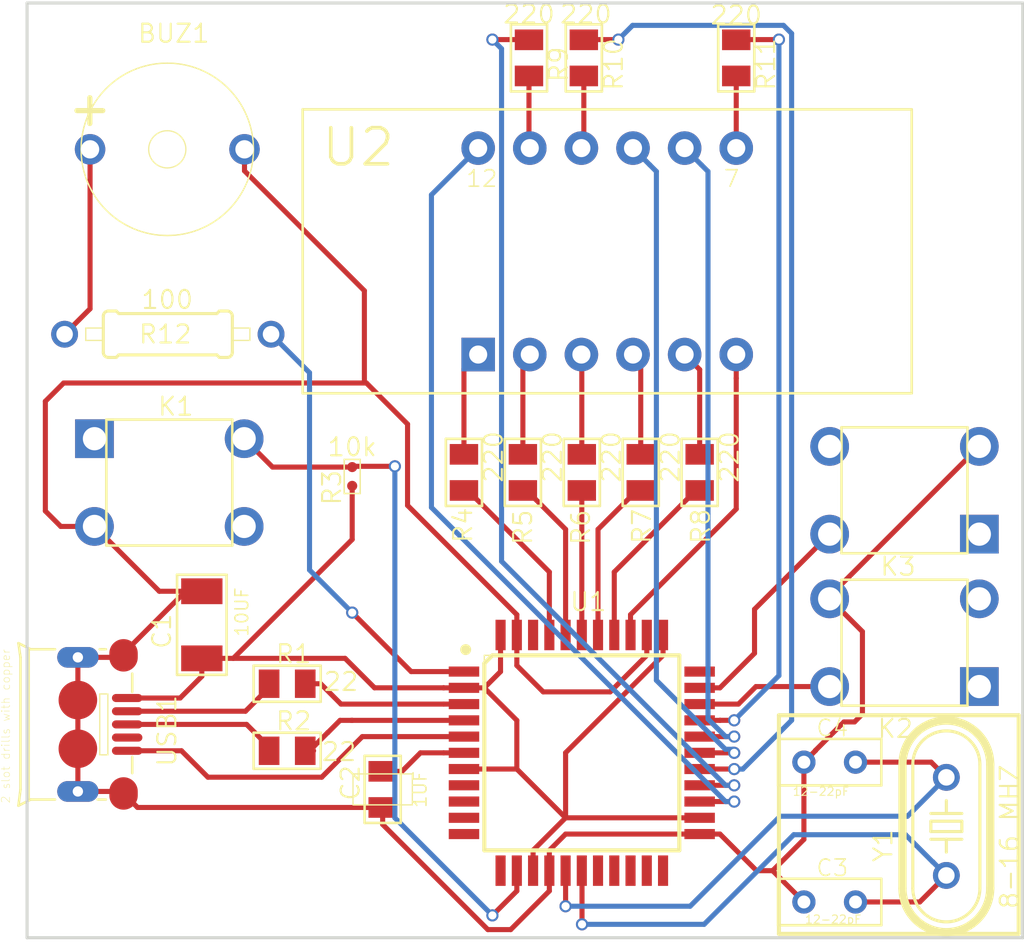
<source format=kicad_pcb>
(kicad_pcb (version 4) (host pcbnew 4.0.7)

  (general
    (links 61)
    (no_connects 0)
    (area 115.924999 47.924999 165.075001 94.075001)
    (thickness 1.6)
    (drawings 8)
    (tracks 242)
    (zones 0)
    (modules 24)
    (nets 36)
  )

  (page A4)
  (layers
    (0 F.Cu signal)
    (31 B.Cu signal)
    (32 B.Adhes user)
    (33 F.Adhes user)
    (34 B.Paste user)
    (35 F.Paste user)
    (36 B.SilkS user)
    (37 F.SilkS user)
    (38 B.Mask user)
    (39 F.Mask user)
    (40 Dwgs.User user)
    (41 Cmts.User user)
    (42 Eco1.User user)
    (43 Eco2.User user)
    (44 Edge.Cuts user)
    (45 Margin user)
    (46 B.CrtYd user)
    (47 F.CrtYd user)
    (48 B.Fab user)
    (49 F.Fab user)
  )

  (setup
    (last_trace_width 0.25)
    (trace_clearance 0.2)
    (zone_clearance 0.508)
    (zone_45_only no)
    (trace_min 0.2)
    (segment_width 0.2)
    (edge_width 0.15)
    (via_size 0.6)
    (via_drill 0.4)
    (via_min_size 0.4)
    (via_min_drill 0.3)
    (uvia_size 0.3)
    (uvia_drill 0.1)
    (uvias_allowed no)
    (uvia_min_size 0.2)
    (uvia_min_drill 0.1)
    (pcb_text_width 0.3)
    (pcb_text_size 1.5 1.5)
    (mod_edge_width 0.15)
    (mod_text_size 1 1)
    (mod_text_width 0.15)
    (pad_size 1.524 1.524)
    (pad_drill 0.762)
    (pad_to_mask_clearance 0.2)
    (aux_axis_origin 0 0)
    (visible_elements 7FFFFF7F)
    (pcbplotparams
      (layerselection 0x010f8_80000001)
      (usegerberextensions true)
      (excludeedgelayer true)
      (linewidth 0.100000)
      (plotframeref false)
      (viasonmask false)
      (mode 1)
      (useauxorigin false)
      (hpglpennumber 1)
      (hpglpenspeed 20)
      (hpglpendiameter 15)
      (hpglpenoverlay 2)
      (psnegative false)
      (psa4output false)
      (plotreference true)
      (plotvalue true)
      (plotinvisibletext false)
      (padsonsilk false)
      (subtractmaskfromsilk false)
      (outputformat 1)
      (mirror false)
      (drillshape 0)
      (scaleselection 1)
      (outputdirectory gerber/))
  )

  (net 0 "")
  (net 1 VCC)
  (net 2 GND)
  (net 3 "Net-(C2-Pad2)")
  (net 4 "Net-(K1-Pad4)")
  (net 5 /BTN1)
  (net 6 /BTN2)
  (net 7 "Net-(R1-Pad1)")
  (net 8 /USB_DM)
  (net 9 "Net-(R2-Pad1)")
  (net 10 /USB_DP)
  (net 11 "Net-(R4-Pad1)")
  (net 12 /E)
  (net 13 "Net-(R5-Pad1)")
  (net 14 /D)
  (net 15 "Net-(R6-Pad1)")
  (net 16 /DP)
  (net 17 "Net-(R7-Pad1)")
  (net 18 /C)
  (net 19 "Net-(R8-Pad1)")
  (net 20 /G)
  (net 21 "Net-(R9-Pad1)")
  (net 22 /A)
  (net 23 "Net-(R10-Pad1)")
  (net 24 /F)
  (net 25 "Net-(R11-Pad1)")
  (net 26 /B)
  (net 27 /UGND)
  (net 28 /COM1)
  (net 29 /COM2)
  (net 30 /COM3)
  (net 31 /COM4)
  (net 32 "Net-(BUZ1-Pad+)")
  (net 33 "Net-(R12-Pad2)")
  (net 34 "Net-(C4-Pad2)")
  (net 35 "Net-(C3-Pad2)")

  (net_class Default "This is the default net class."
    (clearance 0.2)
    (trace_width 0.25)
    (via_dia 0.6)
    (via_drill 0.4)
    (uvia_dia 0.3)
    (uvia_drill 0.1)
    (add_net /A)
    (add_net /B)
    (add_net /BTN1)
    (add_net /BTN2)
    (add_net /C)
    (add_net /COM1)
    (add_net /COM2)
    (add_net /COM3)
    (add_net /COM4)
    (add_net /D)
    (add_net /DP)
    (add_net /E)
    (add_net /F)
    (add_net /G)
    (add_net /UGND)
    (add_net /USB_DM)
    (add_net /USB_DP)
    (add_net GND)
    (add_net "Net-(BUZ1-Pad+)")
    (add_net "Net-(C2-Pad2)")
    (add_net "Net-(C3-Pad2)")
    (add_net "Net-(C4-Pad2)")
    (add_net "Net-(K1-Pad4)")
    (add_net "Net-(R1-Pad1)")
    (add_net "Net-(R10-Pad1)")
    (add_net "Net-(R11-Pad1)")
    (add_net "Net-(R12-Pad2)")
    (add_net "Net-(R2-Pad1)")
    (add_net "Net-(R4-Pad1)")
    (add_net "Net-(R5-Pad1)")
    (add_net "Net-(R6-Pad1)")
    (add_net "Net-(R7-Pad1)")
    (add_net "Net-(R8-Pad1)")
    (add_net "Net-(R9-Pad1)")
    (add_net VCC)
  )

  (module SeeedOPL-Capacitor-2016:C1206 (layer F.Cu) (tedit 5A79EA4B) (tstamp 5A526485)
    (at 124.6 78.6 90)
    (path /5A4FCAAC)
    (attr smd)
    (fp_text reference C1 (at -0.3175 -1.9685 90) (layer F.SilkS)
      (effects (font (size 0.889 0.889) (thickness 0.1016)))
    )
    (fp_text value 10UF (at 0.635 1.9685 90) (layer F.SilkS)
      (effects (font (size 0.635 0.635) (thickness 0.0762)))
    )
    (fp_line (start -2.4638 -1.2192) (end 2.4638 -1.2192) (layer F.SilkS) (width 0.127))
    (fp_line (start 2.4638 -1.2192) (end 2.4638 1.2192) (layer F.SilkS) (width 0.127))
    (fp_line (start 2.4638 1.2192) (end -2.4638 1.2192) (layer F.SilkS) (width 0.127))
    (fp_line (start -2.4638 1.2192) (end -2.4638 -1.2192) (layer F.SilkS) (width 0.127))
    (pad 1 smd rect (at -1.651 0 90) (size 1.27 2.032) (layers F.Cu F.Paste F.Mask)
      (net 1 VCC))
    (pad 2 smd rect (at 1.651 0 90) (size 1.27 2.032) (layers F.Cu F.Paste F.Mask)
      (net 2 GND))
  )

  (module SeeedOPL-Capacitor-2016:C0805 (layer F.Cu) (tedit 5A79EA41) (tstamp 5A52648B)
    (at 133.5 86.7 180)
    (descr 0805)
    (tags 0805)
    (path /5A4FCFBF)
    (attr smd)
    (fp_text reference C2 (at 1.5875 0.3175 450) (layer F.SilkS)
      (effects (font (size 0.889 0.889) (thickness 0.1016)))
    )
    (fp_text value 1UF (at -1.8415 0 270) (layer F.SilkS)
      (effects (font (size 0.635 0.635) (thickness 0.0762)))
    )
    (fp_line (start -1.4605 0.762) (end 1.4605 0.762) (layer F.SilkS) (width 0.06604))
    (fp_line (start 1.4605 0.762) (end 1.4605 -0.762) (layer F.SilkS) (width 0.06604))
    (fp_line (start -1.4605 -0.762) (end 1.4605 -0.762) (layer F.SilkS) (width 0.06604))
    (fp_line (start -1.4605 0.762) (end -1.4605 -0.762) (layer F.SilkS) (width 0.06604))
    (fp_line (start 0.889 1.651) (end -0.889 1.651) (layer F.SilkS) (width 0.127))
    (fp_line (start -0.889 1.651) (end -0.889 -1.651) (layer F.SilkS) (width 0.127))
    (fp_line (start -0.889 -1.651) (end 0.889 -1.651) (layer F.SilkS) (width 0.127))
    (fp_line (start 0.889 -1.651) (end 0.889 1.651) (layer F.SilkS) (width 0.127))
    (pad 1 smd rect (at 0 -0.889 90) (size 1.016 1.397) (layers F.Cu F.Paste F.Mask)
      (net 2 GND))
    (pad 2 smd rect (at 0 0.889 90) (size 1.016 1.397) (layers F.Cu F.Paste F.Mask)
      (net 3 "Net-(C2-Pad2)"))
  )

  (module SeeedOPL-Switch-2016:SW4-6.0X6.0X5.0MM (layer F.Cu) (tedit 5A5265E1) (tstamp 5A526493)
    (at 123 71.6)
    (path /5A4FA116)
    (attr virtual)
    (fp_text reference K1 (at 0.3175 -3.7465) (layer F.SilkS)
      (effects (font (size 0.889 0.889) (thickness 0.1016)))
    )
    (fp_text value DIP-SWITCH-TACTILE-SPST-NO_TS-1109_4P-D6.0MM_ (at 0.762 0.1905) (layer F.SilkS) hide
      (effects (font (size 0.889 0.889) (thickness 0.1016)))
    )
    (fp_line (start -3.0988 3.0988) (end 3.0988 3.0988) (layer F.SilkS) (width 0.06604))
    (fp_line (start 3.0988 3.0988) (end 3.0988 -3.0988) (layer F.SilkS) (width 0.06604))
    (fp_line (start -3.0988 -3.0988) (end 3.0988 -3.0988) (layer F.SilkS) (width 0.06604))
    (fp_line (start -3.0988 3.0988) (end -3.0988 -3.0988) (layer F.SilkS) (width 0.06604))
    (fp_line (start -3.0988 -3.0988) (end 3.0988 -3.0988) (layer F.SilkS) (width 0.127))
    (fp_line (start 3.0988 -3.0988) (end 3.0988 3.0988) (layer F.SilkS) (width 0.127))
    (fp_line (start 3.0988 3.0988) (end -3.0988 3.0988) (layer F.SilkS) (width 0.127))
    (fp_line (start -3.0988 3.0988) (end -3.0988 -3.0988) (layer F.SilkS) (width 0.127))
    (pad 1 thru_hole rect (at -3.683 -2.159) (size 1.905 1.905) (drill 1.143) (layers *.Cu *.Paste *.Mask))
    (pad 2 thru_hole circle (at -3.683 2.159) (size 1.905 1.905) (drill 1.143) (layers *.Cu *.Paste *.Mask)
      (net 2 GND))
    (pad 3 thru_hole circle (at 3.683 2.159) (size 1.905 1.905) (drill 1.143) (layers *.Cu *.Paste *.Mask))
    (pad 4 thru_hole circle (at 3.683 -2.159) (size 1.905 1.905) (drill 1.143) (layers *.Cu *.Paste *.Mask)
      (net 4 "Net-(K1-Pad4)"))
  )

  (module SeeedOPL-Switch-2016:SW4-6.0X6.0X5.0MM (layer F.Cu) (tedit 5A5265E6) (tstamp 5A52649B)
    (at 159.18 79.48 180)
    (path /5A4FB651)
    (attr virtual)
    (fp_text reference K2 (at 0.45 -4.23 180) (layer F.SilkS)
      (effects (font (size 0.889 0.889) (thickness 0.1016)))
    )
    (fp_text value DIP-SWITCH-TACTILE-SPST-NO_TS-1109_4P-D6.0MM_ (at 0.762 0.1905 180) (layer F.SilkS) hide
      (effects (font (size 0.889 0.889) (thickness 0.1016)))
    )
    (fp_line (start -3.0988 3.0988) (end 3.0988 3.0988) (layer F.SilkS) (width 0.06604))
    (fp_line (start 3.0988 3.0988) (end 3.0988 -3.0988) (layer F.SilkS) (width 0.06604))
    (fp_line (start -3.0988 -3.0988) (end 3.0988 -3.0988) (layer F.SilkS) (width 0.06604))
    (fp_line (start -3.0988 3.0988) (end -3.0988 -3.0988) (layer F.SilkS) (width 0.06604))
    (fp_line (start -3.0988 -3.0988) (end 3.0988 -3.0988) (layer F.SilkS) (width 0.127))
    (fp_line (start 3.0988 -3.0988) (end 3.0988 3.0988) (layer F.SilkS) (width 0.127))
    (fp_line (start 3.0988 3.0988) (end -3.0988 3.0988) (layer F.SilkS) (width 0.127))
    (fp_line (start -3.0988 3.0988) (end -3.0988 -3.0988) (layer F.SilkS) (width 0.127))
    (pad 1 thru_hole rect (at -3.683 -2.159 180) (size 1.905 1.905) (drill 1.143) (layers *.Cu *.Paste *.Mask))
    (pad 2 thru_hole circle (at -3.683 2.159 180) (size 1.905 1.905) (drill 1.143) (layers *.Cu *.Paste *.Mask))
    (pad 3 thru_hole circle (at 3.683 2.159 180) (size 1.905 1.905) (drill 1.143) (layers *.Cu *.Paste *.Mask)
      (net 2 GND))
    (pad 4 thru_hole circle (at 3.683 -2.159 180) (size 1.905 1.905) (drill 1.143) (layers *.Cu *.Paste *.Mask)
      (net 5 /BTN1))
  )

  (module SeeedOPL-Switch-2016:SW4-6.0X6.0X5.0MM (layer F.Cu) (tedit 5A5265EA) (tstamp 5A5264A3)
    (at 159.18 71.98 180)
    (path /5A4FB69F)
    (attr virtual)
    (fp_text reference K3 (at 0.3175 -3.7465 180) (layer F.SilkS)
      (effects (font (size 0.889 0.889) (thickness 0.1016)))
    )
    (fp_text value DIP-SWITCH-TACTILE-SPST-NO_TS-1109_4P-D6.0MM_ (at 0.762 0.1905 180) (layer F.SilkS) hide
      (effects (font (size 0.889 0.889) (thickness 0.1016)))
    )
    (fp_line (start -3.0988 3.0988) (end 3.0988 3.0988) (layer F.SilkS) (width 0.06604))
    (fp_line (start 3.0988 3.0988) (end 3.0988 -3.0988) (layer F.SilkS) (width 0.06604))
    (fp_line (start -3.0988 -3.0988) (end 3.0988 -3.0988) (layer F.SilkS) (width 0.06604))
    (fp_line (start -3.0988 3.0988) (end -3.0988 -3.0988) (layer F.SilkS) (width 0.06604))
    (fp_line (start -3.0988 -3.0988) (end 3.0988 -3.0988) (layer F.SilkS) (width 0.127))
    (fp_line (start 3.0988 -3.0988) (end 3.0988 3.0988) (layer F.SilkS) (width 0.127))
    (fp_line (start 3.0988 3.0988) (end -3.0988 3.0988) (layer F.SilkS) (width 0.127))
    (fp_line (start -3.0988 3.0988) (end -3.0988 -3.0988) (layer F.SilkS) (width 0.127))
    (pad 1 thru_hole rect (at -3.683 -2.159 180) (size 1.905 1.905) (drill 1.143) (layers *.Cu *.Paste *.Mask))
    (pad 2 thru_hole circle (at -3.683 2.159 180) (size 1.905 1.905) (drill 1.143) (layers *.Cu *.Paste *.Mask)
      (net 2 GND))
    (pad 3 thru_hole circle (at 3.683 2.159 180) (size 1.905 1.905) (drill 1.143) (layers *.Cu *.Paste *.Mask))
    (pad 4 thru_hole circle (at 3.683 -2.159 180) (size 1.905 1.905) (drill 1.143) (layers *.Cu *.Paste *.Mask)
      (net 6 /BTN2))
  )

  (module SeeedOPL-Resistor-2016:R0805 (layer F.Cu) (tedit 5A79EA20) (tstamp 5A5264A9)
    (at 128.8 81.5 90)
    (path /5A4F7863)
    (attr smd)
    (fp_text reference R1 (at 1.4605 0.3175 360) (layer F.SilkS)
      (effects (font (size 0.889 0.889) (thickness 0.1016)))
    )
    (fp_text value 22 (at 0.1 2.65 180) (layer F.SilkS)
      (effects (font (size 0.889 0.889) (thickness 0.1016)))
    )
    (fp_line (start 0.889 1.651) (end -0.889 1.651) (layer F.SilkS) (width 0.127))
    (fp_line (start -0.889 1.651) (end -0.889 -1.651) (layer F.SilkS) (width 0.127))
    (fp_line (start -0.889 -1.651) (end 0.889 -1.651) (layer F.SilkS) (width 0.127))
    (fp_line (start 0.889 -1.651) (end 0.889 1.651) (layer F.SilkS) (width 0.127))
    (pad 1 smd rect (at 0 -0.889) (size 1.016 1.397) (layers F.Cu F.Paste F.Mask)
      (net 7 "Net-(R1-Pad1)"))
    (pad 2 smd rect (at 0 0.889) (size 1.016 1.397) (layers F.Cu F.Paste F.Mask)
      (net 8 /USB_DM))
  )

  (module SeeedOPL-Resistor-2016:R0805 (layer F.Cu) (tedit 5A79EA27) (tstamp 5A5264AF)
    (at 128.8 84.8 90)
    (path /5A4F789F)
    (attr smd)
    (fp_text reference R2 (at 1.4605 0.3175 360) (layer F.SilkS)
      (effects (font (size 0.889 0.889) (thickness 0.1016)))
    )
    (fp_text value 22 (at -0.05 2.55 180) (layer F.SilkS)
      (effects (font (size 0.889 0.889) (thickness 0.1016)))
    )
    (fp_line (start 0.889 1.651) (end -0.889 1.651) (layer F.SilkS) (width 0.127))
    (fp_line (start -0.889 1.651) (end -0.889 -1.651) (layer F.SilkS) (width 0.127))
    (fp_line (start -0.889 -1.651) (end 0.889 -1.651) (layer F.SilkS) (width 0.127))
    (fp_line (start 0.889 -1.651) (end 0.889 1.651) (layer F.SilkS) (width 0.127))
    (pad 1 smd rect (at 0 -0.889) (size 1.016 1.397) (layers F.Cu F.Paste F.Mask)
      (net 9 "Net-(R2-Pad1)"))
    (pad 2 smd rect (at 0 0.889) (size 1.016 1.397) (layers F.Cu F.Paste F.Mask)
      (net 10 /USB_DP))
  )

  (module SeeedOPL-Resistor-2016:R0402 (layer F.Cu) (tedit 5A79EACC) (tstamp 5A5264B5)
    (at 132 71.3 180)
    (path /5A4FB126)
    (attr smd)
    (fp_text reference R3 (at 1 -0.55 450) (layer F.SilkS)
      (effects (font (size 0.889 0.889) (thickness 0.1016)))
    )
    (fp_text value 10k (at 0 1.45 360) (layer F.SilkS)
      (effects (font (size 0.889 0.889) (thickness 0.1016)))
    )
    (fp_line (start 0.3937 -0.8382) (end 0.3937 0.8382) (layer F.SilkS) (width 0.0762))
    (fp_line (start 0.3937 0.8382) (end -0.3937 0.8382) (layer F.SilkS) (width 0.0762))
    (fp_line (start -0.3937 0.8382) (end -0.3937 -0.8382) (layer F.SilkS) (width 0.0762))
    (fp_line (start -0.3937 -0.8382) (end 0.3937 -0.8382) (layer F.SilkS) (width 0.0762))
    (pad 1 smd circle (at 0 -0.46228 90) (size 0.49784 0.49784) (layers F.Cu F.Paste F.Mask)
      (net 1 VCC))
    (pad 2 smd circle (at 0 0.46228 90) (size 0.49784 0.49784) (layers F.Cu F.Paste F.Mask)
      (net 4 "Net-(K1-Pad4)"))
  )

  (module SeeedOPL-Resistor-2016:R0805 (layer F.Cu) (tedit 5A79EA58) (tstamp 5A5264BB)
    (at 137.5 71.1 180)
    (path /5A4F7BCF)
    (attr smd)
    (fp_text reference R4 (at 0.05 -2.6 450) (layer F.SilkS)
      (effects (font (size 0.889 0.889) (thickness 0.1016)))
    )
    (fp_text value 220 (at -1.4605 0.762 270) (layer F.SilkS)
      (effects (font (size 0.889 0.889) (thickness 0.1016)))
    )
    (fp_line (start 0.889 1.651) (end -0.889 1.651) (layer F.SilkS) (width 0.127))
    (fp_line (start -0.889 1.651) (end -0.889 -1.651) (layer F.SilkS) (width 0.127))
    (fp_line (start -0.889 -1.651) (end 0.889 -1.651) (layer F.SilkS) (width 0.127))
    (fp_line (start 0.889 -1.651) (end 0.889 1.651) (layer F.SilkS) (width 0.127))
    (pad 1 smd rect (at 0 -0.889 90) (size 1.016 1.397) (layers F.Cu F.Paste F.Mask)
      (net 11 "Net-(R4-Pad1)"))
    (pad 2 smd rect (at 0 0.889 90) (size 1.016 1.397) (layers F.Cu F.Paste F.Mask)
      (net 12 /E))
  )

  (module SeeedOPL-Resistor-2016:R0805 (layer F.Cu) (tedit 5A79EA5E) (tstamp 5A5264C1)
    (at 140.4 71.1 180)
    (path /5A4F7C19)
    (attr smd)
    (fp_text reference R5 (at 0 -2.7 450) (layer F.SilkS)
      (effects (font (size 0.889 0.889) (thickness 0.1016)))
    )
    (fp_text value 220 (at -1.4605 0.762 270) (layer F.SilkS)
      (effects (font (size 0.889 0.889) (thickness 0.1016)))
    )
    (fp_line (start 0.889 1.651) (end -0.889 1.651) (layer F.SilkS) (width 0.127))
    (fp_line (start -0.889 1.651) (end -0.889 -1.651) (layer F.SilkS) (width 0.127))
    (fp_line (start -0.889 -1.651) (end 0.889 -1.651) (layer F.SilkS) (width 0.127))
    (fp_line (start 0.889 -1.651) (end 0.889 1.651) (layer F.SilkS) (width 0.127))
    (pad 1 smd rect (at 0 -0.889 90) (size 1.016 1.397) (layers F.Cu F.Paste F.Mask)
      (net 13 "Net-(R5-Pad1)"))
    (pad 2 smd rect (at 0 0.889 90) (size 1.016 1.397) (layers F.Cu F.Paste F.Mask)
      (net 14 /D))
  )

  (module SeeedOPL-Resistor-2016:R0805 (layer F.Cu) (tedit 5A79EA65) (tstamp 5A5264C7)
    (at 143.3 71.1 180)
    (path /5A4F7D1D)
    (attr smd)
    (fp_text reference R6 (at 0.05 -2.7 450) (layer F.SilkS)
      (effects (font (size 0.889 0.889) (thickness 0.1016)))
    )
    (fp_text value 220 (at -1.4605 0.762 270) (layer F.SilkS)
      (effects (font (size 0.889 0.889) (thickness 0.1016)))
    )
    (fp_line (start 0.889 1.651) (end -0.889 1.651) (layer F.SilkS) (width 0.127))
    (fp_line (start -0.889 1.651) (end -0.889 -1.651) (layer F.SilkS) (width 0.127))
    (fp_line (start -0.889 -1.651) (end 0.889 -1.651) (layer F.SilkS) (width 0.127))
    (fp_line (start 0.889 -1.651) (end 0.889 1.651) (layer F.SilkS) (width 0.127))
    (pad 1 smd rect (at 0 -0.889 90) (size 1.016 1.397) (layers F.Cu F.Paste F.Mask)
      (net 15 "Net-(R6-Pad1)"))
    (pad 2 smd rect (at 0 0.889 90) (size 1.016 1.397) (layers F.Cu F.Paste F.Mask)
      (net 16 /DP))
  )

  (module SeeedOPL-Resistor-2016:R0805 (layer F.Cu) (tedit 5A79EA6E) (tstamp 5A5264CD)
    (at 146.2 71.1 180)
    (path /5A4F7D48)
    (attr smd)
    (fp_text reference R7 (at -0.05 -2.65 450) (layer F.SilkS)
      (effects (font (size 0.889 0.889) (thickness 0.1016)))
    )
    (fp_text value 220 (at -1.4605 0.762 270) (layer F.SilkS)
      (effects (font (size 0.889 0.889) (thickness 0.1016)))
    )
    (fp_line (start 0.889 1.651) (end -0.889 1.651) (layer F.SilkS) (width 0.127))
    (fp_line (start -0.889 1.651) (end -0.889 -1.651) (layer F.SilkS) (width 0.127))
    (fp_line (start -0.889 -1.651) (end 0.889 -1.651) (layer F.SilkS) (width 0.127))
    (fp_line (start 0.889 -1.651) (end 0.889 1.651) (layer F.SilkS) (width 0.127))
    (pad 1 smd rect (at 0 -0.889 90) (size 1.016 1.397) (layers F.Cu F.Paste F.Mask)
      (net 17 "Net-(R7-Pad1)"))
    (pad 2 smd rect (at 0 0.889 90) (size 1.016 1.397) (layers F.Cu F.Paste F.Mask)
      (net 18 /C))
  )

  (module SeeedOPL-Resistor-2016:R0805 (layer F.Cu) (tedit 5A79EA73) (tstamp 5A5264D3)
    (at 149.1 71.1 180)
    (path /5A4F7D75)
    (attr smd)
    (fp_text reference R8 (at -0.05 -2.65 450) (layer F.SilkS)
      (effects (font (size 0.889 0.889) (thickness 0.1016)))
    )
    (fp_text value 220 (at -1.4605 0.762 270) (layer F.SilkS)
      (effects (font (size 0.889 0.889) (thickness 0.1016)))
    )
    (fp_line (start 0.889 1.651) (end -0.889 1.651) (layer F.SilkS) (width 0.127))
    (fp_line (start -0.889 1.651) (end -0.889 -1.651) (layer F.SilkS) (width 0.127))
    (fp_line (start -0.889 -1.651) (end 0.889 -1.651) (layer F.SilkS) (width 0.127))
    (fp_line (start 0.889 -1.651) (end 0.889 1.651) (layer F.SilkS) (width 0.127))
    (pad 1 smd rect (at 0 -0.889 90) (size 1.016 1.397) (layers F.Cu F.Paste F.Mask)
      (net 19 "Net-(R8-Pad1)"))
    (pad 2 smd rect (at 0 0.889 90) (size 1.016 1.397) (layers F.Cu F.Paste F.Mask)
      (net 20 /G))
  )

  (module SeeedOPL-Resistor-2016:R0805 (layer F.Cu) (tedit 5A79EA99) (tstamp 5A5264D9)
    (at 140.7 50.7)
    (path /5A4F95AC)
    (attr smd)
    (fp_text reference R9 (at 1.4605 0.3175 270) (layer F.SilkS)
      (effects (font (size 0.889 0.889) (thickness 0.1016)))
    )
    (fp_text value 220 (at 0 -2.15 180) (layer F.SilkS)
      (effects (font (size 0.889 0.889) (thickness 0.1016)))
    )
    (fp_line (start 0.889 1.651) (end -0.889 1.651) (layer F.SilkS) (width 0.127))
    (fp_line (start -0.889 1.651) (end -0.889 -1.651) (layer F.SilkS) (width 0.127))
    (fp_line (start -0.889 -1.651) (end 0.889 -1.651) (layer F.SilkS) (width 0.127))
    (fp_line (start 0.889 -1.651) (end 0.889 1.651) (layer F.SilkS) (width 0.127))
    (pad 1 smd rect (at 0 -0.889 270) (size 1.016 1.397) (layers F.Cu F.Paste F.Mask)
      (net 21 "Net-(R9-Pad1)"))
    (pad 2 smd rect (at 0 0.889 270) (size 1.016 1.397) (layers F.Cu F.Paste F.Mask)
      (net 22 /A))
  )

  (module SeeedOPL-Resistor-2016:R0805 (layer F.Cu) (tedit 5A79EA9F) (tstamp 5A5264DF)
    (at 143.4 50.7)
    (path /5A4F9551)
    (attr smd)
    (fp_text reference R10 (at 1.4605 0.3175 270) (layer F.SilkS)
      (effects (font (size 0.889 0.889) (thickness 0.1016)))
    )
    (fp_text value 220 (at 0.1 -2.15 180) (layer F.SilkS)
      (effects (font (size 0.889 0.889) (thickness 0.1016)))
    )
    (fp_line (start 0.889 1.651) (end -0.889 1.651) (layer F.SilkS) (width 0.127))
    (fp_line (start -0.889 1.651) (end -0.889 -1.651) (layer F.SilkS) (width 0.127))
    (fp_line (start -0.889 -1.651) (end 0.889 -1.651) (layer F.SilkS) (width 0.127))
    (fp_line (start 0.889 -1.651) (end 0.889 1.651) (layer F.SilkS) (width 0.127))
    (pad 1 smd rect (at 0 -0.889 270) (size 1.016 1.397) (layers F.Cu F.Paste F.Mask)
      (net 23 "Net-(R10-Pad1)"))
    (pad 2 smd rect (at 0 0.889 270) (size 1.016 1.397) (layers F.Cu F.Paste F.Mask)
      (net 24 /F))
  )

  (module SeeedOPL-Resistor-2016:R0805 (layer F.Cu) (tedit 5A79EAA4) (tstamp 5A5264E5)
    (at 150.9 50.7)
    (path /5A4F907D)
    (attr smd)
    (fp_text reference R11 (at 1.4605 0.3175 270) (layer F.SilkS)
      (effects (font (size 0.889 0.889) (thickness 0.1016)))
    )
    (fp_text value 220 (at 0 -2.1 180) (layer F.SilkS)
      (effects (font (size 0.889 0.889) (thickness 0.1016)))
    )
    (fp_line (start 0.889 1.651) (end -0.889 1.651) (layer F.SilkS) (width 0.127))
    (fp_line (start -0.889 1.651) (end -0.889 -1.651) (layer F.SilkS) (width 0.127))
    (fp_line (start -0.889 -1.651) (end 0.889 -1.651) (layer F.SilkS) (width 0.127))
    (fp_line (start 0.889 -1.651) (end 0.889 1.651) (layer F.SilkS) (width 0.127))
    (pad 1 smd rect (at 0 -0.889 270) (size 1.016 1.397) (layers F.Cu F.Paste F.Mask)
      (net 25 "Net-(R11-Pad1)"))
    (pad 2 smd rect (at 0 0.889 270) (size 1.016 1.397) (layers F.Cu F.Paste F.Mask)
      (net 26 /B))
  )

  (module SeeedOPL-IC-2016:TQFP44-0.8-9.6X9.6MM (layer F.Cu) (tedit 5A52667C) (tstamp 5A526515)
    (at 143.3 84.9)
    (descr "THIN PLASIC QUAD FLAT PACKAGE")
    (tags "THIN PLASIC QUAD FLAT PACKAGE")
    (path /5A4F779E)
    (attr smd)
    (fp_text reference U1 (at 0.3175 -7.4295) (layer F.SilkS)
      (effects (font (size 0.889 0.889) (thickness 0.1016)))
    )
    (fp_text value MCU-ATMEGA32U4-AU_TQFP44_ (at 0.762 0.18034) (layer F.SilkS) hide
      (effects (font (size 0.889 0.889) (thickness 0.1016)))
    )
    (fp_line (start -6.09854 -3.79984) (end -4.94792 -3.79984) (layer Dwgs.User) (width 0.06604))
    (fp_line (start -4.94792 -3.79984) (end -4.94792 -4.19862) (layer Dwgs.User) (width 0.06604))
    (fp_line (start -6.09854 -4.19862) (end -4.94792 -4.19862) (layer Dwgs.User) (width 0.06604))
    (fp_line (start -6.09854 -3.79984) (end -6.09854 -4.19862) (layer Dwgs.User) (width 0.06604))
    (fp_line (start -6.09854 -2.99974) (end -4.94792 -2.99974) (layer Dwgs.User) (width 0.06604))
    (fp_line (start -4.94792 -2.99974) (end -4.94792 -3.39852) (layer Dwgs.User) (width 0.06604))
    (fp_line (start -6.09854 -3.39852) (end -4.94792 -3.39852) (layer Dwgs.User) (width 0.06604))
    (fp_line (start -6.09854 -2.99974) (end -6.09854 -3.39852) (layer Dwgs.User) (width 0.06604))
    (fp_line (start -6.09854 -2.19964) (end -4.94792 -2.19964) (layer Dwgs.User) (width 0.06604))
    (fp_line (start -4.94792 -2.19964) (end -4.94792 -2.59842) (layer Dwgs.User) (width 0.06604))
    (fp_line (start -6.09854 -2.59842) (end -4.94792 -2.59842) (layer Dwgs.User) (width 0.06604))
    (fp_line (start -6.09854 -2.19964) (end -6.09854 -2.59842) (layer Dwgs.User) (width 0.06604))
    (fp_line (start -6.09854 -1.39954) (end -4.94792 -1.39954) (layer Dwgs.User) (width 0.06604))
    (fp_line (start -4.94792 -1.39954) (end -4.94792 -1.79832) (layer Dwgs.User) (width 0.06604))
    (fp_line (start -6.09854 -1.79832) (end -4.94792 -1.79832) (layer Dwgs.User) (width 0.06604))
    (fp_line (start -6.09854 -1.39954) (end -6.09854 -1.79832) (layer Dwgs.User) (width 0.06604))
    (fp_line (start -6.09854 -0.59944) (end -4.94792 -0.59944) (layer Dwgs.User) (width 0.06604))
    (fp_line (start -4.94792 -0.59944) (end -4.94792 -0.99822) (layer Dwgs.User) (width 0.06604))
    (fp_line (start -6.09854 -0.99822) (end -4.94792 -0.99822) (layer Dwgs.User) (width 0.06604))
    (fp_line (start -6.09854 -0.59944) (end -6.09854 -0.99822) (layer Dwgs.User) (width 0.06604))
    (fp_line (start -6.09854 0.19812) (end -4.94792 0.19812) (layer Dwgs.User) (width 0.06604))
    (fp_line (start -4.94792 0.19812) (end -4.94792 -0.19812) (layer Dwgs.User) (width 0.06604))
    (fp_line (start -6.09854 -0.19812) (end -4.94792 -0.19812) (layer Dwgs.User) (width 0.06604))
    (fp_line (start -6.09854 0.19812) (end -6.09854 -0.19812) (layer Dwgs.User) (width 0.06604))
    (fp_line (start -6.09854 0.99822) (end -4.94792 0.99822) (layer Dwgs.User) (width 0.06604))
    (fp_line (start -4.94792 0.99822) (end -4.94792 0.59944) (layer Dwgs.User) (width 0.06604))
    (fp_line (start -6.09854 0.59944) (end -4.94792 0.59944) (layer Dwgs.User) (width 0.06604))
    (fp_line (start -6.09854 0.99822) (end -6.09854 0.59944) (layer Dwgs.User) (width 0.06604))
    (fp_line (start -6.09854 1.79832) (end -4.94792 1.79832) (layer Dwgs.User) (width 0.06604))
    (fp_line (start -4.94792 1.79832) (end -4.94792 1.39954) (layer Dwgs.User) (width 0.06604))
    (fp_line (start -6.09854 1.39954) (end -4.94792 1.39954) (layer Dwgs.User) (width 0.06604))
    (fp_line (start -6.09854 1.79832) (end -6.09854 1.39954) (layer Dwgs.User) (width 0.06604))
    (fp_line (start -6.09854 2.59842) (end -4.94792 2.59842) (layer Dwgs.User) (width 0.06604))
    (fp_line (start -4.94792 2.59842) (end -4.94792 2.19964) (layer Dwgs.User) (width 0.06604))
    (fp_line (start -6.09854 2.19964) (end -4.94792 2.19964) (layer Dwgs.User) (width 0.06604))
    (fp_line (start -6.09854 2.59842) (end -6.09854 2.19964) (layer Dwgs.User) (width 0.06604))
    (fp_line (start -6.09854 3.39852) (end -4.94792 3.39852) (layer Dwgs.User) (width 0.06604))
    (fp_line (start -4.94792 3.39852) (end -4.94792 2.99974) (layer Dwgs.User) (width 0.06604))
    (fp_line (start -6.09854 2.99974) (end -4.94792 2.99974) (layer Dwgs.User) (width 0.06604))
    (fp_line (start -6.09854 3.39852) (end -6.09854 2.99974) (layer Dwgs.User) (width 0.06604))
    (fp_line (start -6.09854 4.19862) (end -4.94792 4.19862) (layer Dwgs.User) (width 0.06604))
    (fp_line (start -4.94792 4.19862) (end -4.94792 3.79984) (layer Dwgs.User) (width 0.06604))
    (fp_line (start -6.09854 3.79984) (end -4.94792 3.79984) (layer Dwgs.User) (width 0.06604))
    (fp_line (start -6.09854 4.19862) (end -6.09854 3.79984) (layer Dwgs.User) (width 0.06604))
    (fp_line (start -4.19862 6.09854) (end -3.79984 6.09854) (layer Dwgs.User) (width 0.06604))
    (fp_line (start -3.79984 6.09854) (end -3.79984 4.94792) (layer Dwgs.User) (width 0.06604))
    (fp_line (start -4.19862 4.94792) (end -3.79984 4.94792) (layer Dwgs.User) (width 0.06604))
    (fp_line (start -4.19862 6.09854) (end -4.19862 4.94792) (layer Dwgs.User) (width 0.06604))
    (fp_line (start -3.39852 6.09854) (end -2.99974 6.09854) (layer Dwgs.User) (width 0.06604))
    (fp_line (start -2.99974 6.09854) (end -2.99974 4.94792) (layer Dwgs.User) (width 0.06604))
    (fp_line (start -3.39852 4.94792) (end -2.99974 4.94792) (layer Dwgs.User) (width 0.06604))
    (fp_line (start -3.39852 6.09854) (end -3.39852 4.94792) (layer Dwgs.User) (width 0.06604))
    (fp_line (start -2.59842 6.09854) (end -2.19964 6.09854) (layer Dwgs.User) (width 0.06604))
    (fp_line (start -2.19964 6.09854) (end -2.19964 4.94792) (layer Dwgs.User) (width 0.06604))
    (fp_line (start -2.59842 4.94792) (end -2.19964 4.94792) (layer Dwgs.User) (width 0.06604))
    (fp_line (start -2.59842 6.09854) (end -2.59842 4.94792) (layer Dwgs.User) (width 0.06604))
    (fp_line (start -1.79832 6.09854) (end -1.39954 6.09854) (layer Dwgs.User) (width 0.06604))
    (fp_line (start -1.39954 6.09854) (end -1.39954 4.94792) (layer Dwgs.User) (width 0.06604))
    (fp_line (start -1.79832 4.94792) (end -1.39954 4.94792) (layer Dwgs.User) (width 0.06604))
    (fp_line (start -1.79832 6.09854) (end -1.79832 4.94792) (layer Dwgs.User) (width 0.06604))
    (fp_line (start -0.99822 6.09854) (end -0.59944 6.09854) (layer Dwgs.User) (width 0.06604))
    (fp_line (start -0.59944 6.09854) (end -0.59944 4.94792) (layer Dwgs.User) (width 0.06604))
    (fp_line (start -0.99822 4.94792) (end -0.59944 4.94792) (layer Dwgs.User) (width 0.06604))
    (fp_line (start -0.99822 6.09854) (end -0.99822 4.94792) (layer Dwgs.User) (width 0.06604))
    (fp_line (start -0.19812 6.09854) (end 0.19812 6.09854) (layer Dwgs.User) (width 0.06604))
    (fp_line (start 0.19812 6.09854) (end 0.19812 4.94792) (layer Dwgs.User) (width 0.06604))
    (fp_line (start -0.19812 4.94792) (end 0.19812 4.94792) (layer Dwgs.User) (width 0.06604))
    (fp_line (start -0.19812 6.09854) (end -0.19812 4.94792) (layer Dwgs.User) (width 0.06604))
    (fp_line (start 0.59944 6.09854) (end 0.99822 6.09854) (layer Dwgs.User) (width 0.06604))
    (fp_line (start 0.99822 6.09854) (end 0.99822 4.94792) (layer Dwgs.User) (width 0.06604))
    (fp_line (start 0.59944 4.94792) (end 0.99822 4.94792) (layer Dwgs.User) (width 0.06604))
    (fp_line (start 0.59944 6.09854) (end 0.59944 4.94792) (layer Dwgs.User) (width 0.06604))
    (fp_line (start 1.39954 6.09854) (end 1.79832 6.09854) (layer Dwgs.User) (width 0.06604))
    (fp_line (start 1.79832 6.09854) (end 1.79832 4.94792) (layer Dwgs.User) (width 0.06604))
    (fp_line (start 1.39954 4.94792) (end 1.79832 4.94792) (layer Dwgs.User) (width 0.06604))
    (fp_line (start 1.39954 6.09854) (end 1.39954 4.94792) (layer Dwgs.User) (width 0.06604))
    (fp_line (start 2.19964 6.09854) (end 2.59842 6.09854) (layer Dwgs.User) (width 0.06604))
    (fp_line (start 2.59842 6.09854) (end 2.59842 4.94792) (layer Dwgs.User) (width 0.06604))
    (fp_line (start 2.19964 4.94792) (end 2.59842 4.94792) (layer Dwgs.User) (width 0.06604))
    (fp_line (start 2.19964 6.09854) (end 2.19964 4.94792) (layer Dwgs.User) (width 0.06604))
    (fp_line (start 2.99974 6.09854) (end 3.39852 6.09854) (layer Dwgs.User) (width 0.06604))
    (fp_line (start 3.39852 6.09854) (end 3.39852 4.94792) (layer Dwgs.User) (width 0.06604))
    (fp_line (start 2.99974 4.94792) (end 3.39852 4.94792) (layer Dwgs.User) (width 0.06604))
    (fp_line (start 2.99974 6.09854) (end 2.99974 4.94792) (layer Dwgs.User) (width 0.06604))
    (fp_line (start 3.79984 6.09854) (end 4.19862 6.09854) (layer Dwgs.User) (width 0.06604))
    (fp_line (start 4.19862 6.09854) (end 4.19862 4.94792) (layer Dwgs.User) (width 0.06604))
    (fp_line (start 3.79984 4.94792) (end 4.19862 4.94792) (layer Dwgs.User) (width 0.06604))
    (fp_line (start 3.79984 6.09854) (end 3.79984 4.94792) (layer Dwgs.User) (width 0.06604))
    (fp_line (start 4.94792 4.19862) (end 6.09854 4.19862) (layer Dwgs.User) (width 0.06604))
    (fp_line (start 6.09854 4.19862) (end 6.09854 3.79984) (layer Dwgs.User) (width 0.06604))
    (fp_line (start 4.94792 3.79984) (end 6.09854 3.79984) (layer Dwgs.User) (width 0.06604))
    (fp_line (start 4.94792 4.19862) (end 4.94792 3.79984) (layer Dwgs.User) (width 0.06604))
    (fp_line (start 4.94792 3.39852) (end 6.09854 3.39852) (layer Dwgs.User) (width 0.06604))
    (fp_line (start 6.09854 3.39852) (end 6.09854 2.99974) (layer Dwgs.User) (width 0.06604))
    (fp_line (start 4.94792 2.99974) (end 6.09854 2.99974) (layer Dwgs.User) (width 0.06604))
    (fp_line (start 4.94792 3.39852) (end 4.94792 2.99974) (layer Dwgs.User) (width 0.06604))
    (fp_line (start 4.94792 2.59842) (end 6.09854 2.59842) (layer Dwgs.User) (width 0.06604))
    (fp_line (start 6.09854 2.59842) (end 6.09854 2.19964) (layer Dwgs.User) (width 0.06604))
    (fp_line (start 4.94792 2.19964) (end 6.09854 2.19964) (layer Dwgs.User) (width 0.06604))
    (fp_line (start 4.94792 2.59842) (end 4.94792 2.19964) (layer Dwgs.User) (width 0.06604))
    (fp_line (start 4.94792 1.79832) (end 6.09854 1.79832) (layer Dwgs.User) (width 0.06604))
    (fp_line (start 6.09854 1.79832) (end 6.09854 1.39954) (layer Dwgs.User) (width 0.06604))
    (fp_line (start 4.94792 1.39954) (end 6.09854 1.39954) (layer Dwgs.User) (width 0.06604))
    (fp_line (start 4.94792 1.79832) (end 4.94792 1.39954) (layer Dwgs.User) (width 0.06604))
    (fp_line (start 4.94792 0.99822) (end 6.09854 0.99822) (layer Dwgs.User) (width 0.06604))
    (fp_line (start 6.09854 0.99822) (end 6.09854 0.59944) (layer Dwgs.User) (width 0.06604))
    (fp_line (start 4.94792 0.59944) (end 6.09854 0.59944) (layer Dwgs.User) (width 0.06604))
    (fp_line (start 4.94792 0.99822) (end 4.94792 0.59944) (layer Dwgs.User) (width 0.06604))
    (fp_line (start 4.94792 0.19812) (end 6.09854 0.19812) (layer Dwgs.User) (width 0.06604))
    (fp_line (start 6.09854 0.19812) (end 6.09854 -0.19812) (layer Dwgs.User) (width 0.06604))
    (fp_line (start 4.94792 -0.19812) (end 6.09854 -0.19812) (layer Dwgs.User) (width 0.06604))
    (fp_line (start 4.94792 0.19812) (end 4.94792 -0.19812) (layer Dwgs.User) (width 0.06604))
    (fp_line (start 4.94792 -0.59944) (end 6.09854 -0.59944) (layer Dwgs.User) (width 0.06604))
    (fp_line (start 6.09854 -0.59944) (end 6.09854 -0.99822) (layer Dwgs.User) (width 0.06604))
    (fp_line (start 4.94792 -0.99822) (end 6.09854 -0.99822) (layer Dwgs.User) (width 0.06604))
    (fp_line (start 4.94792 -0.59944) (end 4.94792 -0.99822) (layer Dwgs.User) (width 0.06604))
    (fp_line (start 4.94792 -1.39954) (end 6.09854 -1.39954) (layer Dwgs.User) (width 0.06604))
    (fp_line (start 6.09854 -1.39954) (end 6.09854 -1.79832) (layer Dwgs.User) (width 0.06604))
    (fp_line (start 4.94792 -1.79832) (end 6.09854 -1.79832) (layer Dwgs.User) (width 0.06604))
    (fp_line (start 4.94792 -1.39954) (end 4.94792 -1.79832) (layer Dwgs.User) (width 0.06604))
    (fp_line (start 4.94792 -2.19964) (end 6.09854 -2.19964) (layer Dwgs.User) (width 0.06604))
    (fp_line (start 6.09854 -2.19964) (end 6.09854 -2.59842) (layer Dwgs.User) (width 0.06604))
    (fp_line (start 4.94792 -2.59842) (end 6.09854 -2.59842) (layer Dwgs.User) (width 0.06604))
    (fp_line (start 4.94792 -2.19964) (end 4.94792 -2.59842) (layer Dwgs.User) (width 0.06604))
    (fp_line (start 4.94792 -2.99974) (end 6.09854 -2.99974) (layer Dwgs.User) (width 0.06604))
    (fp_line (start 6.09854 -2.99974) (end 6.09854 -3.39852) (layer Dwgs.User) (width 0.06604))
    (fp_line (start 4.94792 -3.39852) (end 6.09854 -3.39852) (layer Dwgs.User) (width 0.06604))
    (fp_line (start 4.94792 -2.99974) (end 4.94792 -3.39852) (layer Dwgs.User) (width 0.06604))
    (fp_line (start 4.94792 -3.79984) (end 6.09854 -3.79984) (layer Dwgs.User) (width 0.06604))
    (fp_line (start 6.09854 -3.79984) (end 6.09854 -4.19862) (layer Dwgs.User) (width 0.06604))
    (fp_line (start 4.94792 -4.19862) (end 6.09854 -4.19862) (layer Dwgs.User) (width 0.06604))
    (fp_line (start 4.94792 -3.79984) (end 4.94792 -4.19862) (layer Dwgs.User) (width 0.06604))
    (fp_line (start 3.79984 -4.94792) (end 4.19862 -4.94792) (layer Dwgs.User) (width 0.06604))
    (fp_line (start 4.19862 -4.94792) (end 4.19862 -6.09854) (layer Dwgs.User) (width 0.06604))
    (fp_line (start 3.79984 -6.09854) (end 4.19862 -6.09854) (layer Dwgs.User) (width 0.06604))
    (fp_line (start 3.79984 -4.94792) (end 3.79984 -6.09854) (layer Dwgs.User) (width 0.06604))
    (fp_line (start 2.99974 -4.94792) (end 3.39852 -4.94792) (layer Dwgs.User) (width 0.06604))
    (fp_line (start 3.39852 -4.94792) (end 3.39852 -6.09854) (layer Dwgs.User) (width 0.06604))
    (fp_line (start 2.99974 -6.09854) (end 3.39852 -6.09854) (layer Dwgs.User) (width 0.06604))
    (fp_line (start 2.99974 -4.94792) (end 2.99974 -6.09854) (layer Dwgs.User) (width 0.06604))
    (fp_line (start 2.19964 -4.94792) (end 2.59842 -4.94792) (layer Dwgs.User) (width 0.06604))
    (fp_line (start 2.59842 -4.94792) (end 2.59842 -6.09854) (layer Dwgs.User) (width 0.06604))
    (fp_line (start 2.19964 -6.09854) (end 2.59842 -6.09854) (layer Dwgs.User) (width 0.06604))
    (fp_line (start 2.19964 -4.94792) (end 2.19964 -6.09854) (layer Dwgs.User) (width 0.06604))
    (fp_line (start 1.39954 -4.94792) (end 1.79832 -4.94792) (layer Dwgs.User) (width 0.06604))
    (fp_line (start 1.79832 -4.94792) (end 1.79832 -6.09854) (layer Dwgs.User) (width 0.06604))
    (fp_line (start 1.39954 -6.09854) (end 1.79832 -6.09854) (layer Dwgs.User) (width 0.06604))
    (fp_line (start 1.39954 -4.94792) (end 1.39954 -6.09854) (layer Dwgs.User) (width 0.06604))
    (fp_line (start 0.59944 -4.94792) (end 0.99822 -4.94792) (layer Dwgs.User) (width 0.06604))
    (fp_line (start 0.99822 -4.94792) (end 0.99822 -6.09854) (layer Dwgs.User) (width 0.06604))
    (fp_line (start 0.59944 -6.09854) (end 0.99822 -6.09854) (layer Dwgs.User) (width 0.06604))
    (fp_line (start 0.59944 -4.94792) (end 0.59944 -6.09854) (layer Dwgs.User) (width 0.06604))
    (fp_line (start -0.19812 -4.94792) (end 0.19812 -4.94792) (layer Dwgs.User) (width 0.06604))
    (fp_line (start 0.19812 -4.94792) (end 0.19812 -6.09854) (layer Dwgs.User) (width 0.06604))
    (fp_line (start -0.19812 -6.09854) (end 0.19812 -6.09854) (layer Dwgs.User) (width 0.06604))
    (fp_line (start -0.19812 -4.94792) (end -0.19812 -6.09854) (layer Dwgs.User) (width 0.06604))
    (fp_line (start -0.99822 -4.94792) (end -0.59944 -4.94792) (layer Dwgs.User) (width 0.06604))
    (fp_line (start -0.59944 -4.94792) (end -0.59944 -6.09854) (layer Dwgs.User) (width 0.06604))
    (fp_line (start -0.99822 -6.09854) (end -0.59944 -6.09854) (layer Dwgs.User) (width 0.06604))
    (fp_line (start -0.99822 -4.94792) (end -0.99822 -6.09854) (layer Dwgs.User) (width 0.06604))
    (fp_line (start -1.79832 -4.94792) (end -1.39954 -4.94792) (layer Dwgs.User) (width 0.06604))
    (fp_line (start -1.39954 -4.94792) (end -1.39954 -6.09854) (layer Dwgs.User) (width 0.06604))
    (fp_line (start -1.79832 -6.09854) (end -1.39954 -6.09854) (layer Dwgs.User) (width 0.06604))
    (fp_line (start -1.79832 -4.94792) (end -1.79832 -6.09854) (layer Dwgs.User) (width 0.06604))
    (fp_line (start -2.59842 -4.94792) (end -2.19964 -4.94792) (layer Dwgs.User) (width 0.06604))
    (fp_line (start -2.19964 -4.94792) (end -2.19964 -6.09854) (layer Dwgs.User) (width 0.06604))
    (fp_line (start -2.59842 -6.09854) (end -2.19964 -6.09854) (layer Dwgs.User) (width 0.06604))
    (fp_line (start -2.59842 -4.94792) (end -2.59842 -6.09854) (layer Dwgs.User) (width 0.06604))
    (fp_line (start -3.39852 -4.94792) (end -2.99974 -4.94792) (layer Dwgs.User) (width 0.06604))
    (fp_line (start -2.99974 -4.94792) (end -2.99974 -6.09854) (layer Dwgs.User) (width 0.06604))
    (fp_line (start -3.39852 -6.09854) (end -2.99974 -6.09854) (layer Dwgs.User) (width 0.06604))
    (fp_line (start -3.39852 -4.94792) (end -3.39852 -6.09854) (layer Dwgs.User) (width 0.06604))
    (fp_line (start -4.19862 -4.94792) (end -3.79984 -4.94792) (layer Dwgs.User) (width 0.06604))
    (fp_line (start -3.79984 -4.94792) (end -3.79984 -6.09854) (layer Dwgs.User) (width 0.06604))
    (fp_line (start -4.19862 -6.09854) (end -3.79984 -6.09854) (layer Dwgs.User) (width 0.06604))
    (fp_line (start -4.19862 -4.94792) (end -4.19862 -6.09854) (layer Dwgs.User) (width 0.06604))
    (fp_line (start -4.79806 4.79806) (end 4.79806 4.79806) (layer F.SilkS) (width 0.06604))
    (fp_line (start 4.79806 4.79806) (end 4.79806 -4.79806) (layer F.SilkS) (width 0.06604))
    (fp_line (start -4.79806 -4.79806) (end 4.79806 -4.79806) (layer F.SilkS) (width 0.06604))
    (fp_line (start -4.79806 4.79806) (end -4.79806 -4.79806) (layer F.SilkS) (width 0.06604))
    (fp_line (start -4.79806 -4.39928) (end -4.39928 -4.79806) (layer F.SilkS) (width 0.2032))
    (fp_line (start -4.39928 -4.79806) (end 4.79806 -4.79806) (layer F.SilkS) (width 0.2032))
    (fp_line (start 4.79806 -4.79806) (end 4.79806 4.79806) (layer F.SilkS) (width 0.2032))
    (fp_line (start 4.79806 4.79806) (end -4.79806 4.79806) (layer F.SilkS) (width 0.2032))
    (fp_line (start -4.79806 4.79806) (end -4.79806 -4.39928) (layer F.SilkS) (width 0.2032))
    (fp_circle (center -5.715 -5.08) (end -5.9055 -5.2705) (layer F.SilkS) (width 0))
    (pad 1 smd rect (at -5.79882 -3.99796) (size 1.4986 0.49784) (layers F.Cu F.Paste F.Mask)
      (net 33 "Net-(R12-Pad2)"))
    (pad 2 smd rect (at -5.79882 -3.19786) (size 1.4986 0.49784) (layers F.Cu F.Paste F.Mask)
      (net 1 VCC))
    (pad 3 smd rect (at -5.79882 -2.39776) (size 1.4986 0.49784) (layers F.Cu F.Paste F.Mask)
      (net 8 /USB_DM))
    (pad 4 smd rect (at -5.79882 -1.59766) (size 1.4986 0.49784) (layers F.Cu F.Paste F.Mask)
      (net 10 /USB_DP))
    (pad 5 smd rect (at -5.79882 -0.79756) (size 1.4986 0.49784) (layers F.Cu F.Paste F.Mask)
      (net 27 /UGND))
    (pad 6 smd rect (at -5.79882 0) (size 1.4986 0.49784) (layers F.Cu F.Paste F.Mask)
      (net 3 "Net-(C2-Pad2)"))
    (pad 7 smd rect (at -5.79882 0.79756) (size 1.4986 0.49784) (layers F.Cu F.Paste F.Mask)
      (net 1 VCC))
    (pad 8 smd rect (at -5.79882 1.59766) (size 1.4986 0.49784) (layers F.Cu F.Paste F.Mask))
    (pad 9 smd rect (at -5.79882 2.39776) (size 1.4986 0.49784) (layers F.Cu F.Paste F.Mask))
    (pad 10 smd rect (at -5.79882 3.19786) (size 1.4986 0.49784) (layers F.Cu F.Paste F.Mask))
    (pad 11 smd rect (at -5.79882 3.99796) (size 1.4986 0.49784) (layers F.Cu F.Paste F.Mask))
    (pad 12 smd rect (at -3.99796 5.79882) (size 0.49784 1.4986) (layers F.Cu F.Paste F.Mask))
    (pad 13 smd rect (at -3.19786 5.79882) (size 0.49784 1.4986) (layers F.Cu F.Paste F.Mask)
      (net 4 "Net-(K1-Pad4)"))
    (pad 14 smd rect (at -2.39776 5.79882) (size 0.49784 1.4986) (layers F.Cu F.Paste F.Mask)
      (net 1 VCC))
    (pad 15 smd rect (at -1.59766 5.79882) (size 0.49784 1.4986) (layers F.Cu F.Paste F.Mask)
      (net 2 GND))
    (pad 16 smd rect (at -0.79756 5.79882) (size 0.49784 1.4986) (layers F.Cu F.Paste F.Mask)
      (net 34 "Net-(C4-Pad2)"))
    (pad 17 smd rect (at 0 5.79882) (size 0.49784 1.4986) (layers F.Cu F.Paste F.Mask)
      (net 35 "Net-(C3-Pad2)"))
    (pad 18 smd rect (at 0.79756 5.79882) (size 0.49784 1.4986) (layers F.Cu F.Paste F.Mask))
    (pad 19 smd rect (at 1.59766 5.79882) (size 0.49784 1.4986) (layers F.Cu F.Paste F.Mask))
    (pad 20 smd rect (at 2.39776 5.79882) (size 0.49784 1.4986) (layers F.Cu F.Paste F.Mask))
    (pad 21 smd rect (at 3.19786 5.79882) (size 0.49784 1.4986) (layers F.Cu F.Paste F.Mask))
    (pad 22 smd rect (at 3.99796 5.79882) (size 0.49784 1.4986) (layers F.Cu F.Paste F.Mask))
    (pad 23 smd rect (at 5.79882 3.99796) (size 1.4986 0.49784) (layers F.Cu F.Paste F.Mask)
      (net 2 GND))
    (pad 24 smd rect (at 5.79882 3.19786) (size 1.4986 0.49784) (layers F.Cu F.Paste F.Mask)
      (net 1 VCC))
    (pad 25 smd rect (at 5.79882 2.39776) (size 1.4986 0.49784) (layers F.Cu F.Paste F.Mask)
      (net 28 /COM1))
    (pad 26 smd rect (at 5.79882 1.59766) (size 1.4986 0.49784) (layers F.Cu F.Paste F.Mask)
      (net 21 "Net-(R9-Pad1)"))
    (pad 27 smd rect (at 5.79882 0.79756) (size 1.4986 0.49784) (layers F.Cu F.Paste F.Mask)
      (net 23 "Net-(R10-Pad1)"))
    (pad 28 smd rect (at 5.79882 0) (size 1.4986 0.49784) (layers F.Cu F.Paste F.Mask)
      (net 29 /COM2))
    (pad 29 smd rect (at 5.79882 -0.79756) (size 1.4986 0.49784) (layers F.Cu F.Paste F.Mask)
      (net 30 /COM3))
    (pad 30 smd rect (at 5.79882 -1.59766) (size 1.4986 0.49784) (layers F.Cu F.Paste F.Mask)
      (net 25 "Net-(R11-Pad1)"))
    (pad 31 smd rect (at 5.79882 -2.39776) (size 1.4986 0.49784) (layers F.Cu F.Paste F.Mask)
      (net 5 /BTN1))
    (pad 32 smd rect (at 5.79882 -3.19786) (size 1.4986 0.49784) (layers F.Cu F.Paste F.Mask)
      (net 6 /BTN2))
    (pad 33 smd rect (at 5.79882 -3.99796) (size 1.4986 0.49784) (layers F.Cu F.Paste F.Mask))
    (pad 34 smd rect (at 3.99796 -5.79882) (size 0.49784 1.4986) (layers F.Cu F.Paste F.Mask)
      (net 1 VCC))
    (pad 35 smd rect (at 3.19786 -5.79882) (size 0.49784 1.4986) (layers F.Cu F.Paste F.Mask)
      (net 2 GND))
    (pad 36 smd rect (at 2.39776 -5.79882) (size 0.49784 1.4986) (layers F.Cu F.Paste F.Mask)
      (net 31 /COM4))
    (pad 37 smd rect (at 1.59766 -5.79882) (size 0.49784 1.4986) (layers F.Cu F.Paste F.Mask)
      (net 19 "Net-(R8-Pad1)"))
    (pad 38 smd rect (at 0.79756 -5.79882) (size 0.49784 1.4986) (layers F.Cu F.Paste F.Mask)
      (net 17 "Net-(R7-Pad1)"))
    (pad 39 smd rect (at 0 -5.79882) (size 0.49784 1.4986) (layers F.Cu F.Paste F.Mask)
      (net 15 "Net-(R6-Pad1)"))
    (pad 40 smd rect (at -0.79756 -5.79882) (size 0.49784 1.4986) (layers F.Cu F.Paste F.Mask)
      (net 13 "Net-(R5-Pad1)"))
    (pad 41 smd rect (at -1.59766 -5.79882) (size 0.49784 1.4986) (layers F.Cu F.Paste F.Mask)
      (net 11 "Net-(R4-Pad1)"))
    (pad 42 smd rect (at -2.39776 -5.79882) (size 0.49784 1.4986) (layers F.Cu F.Paste F.Mask))
    (pad 43 smd rect (at -3.19786 -5.79882) (size 0.49784 1.4986) (layers F.Cu F.Paste F.Mask)
      (net 2 GND))
    (pad 44 smd rect (at -3.99796 -5.79882) (size 0.49784 1.4986) (layers F.Cu F.Paste F.Mask)
      (net 1 VCC))
  )

  (module SeeedOPL-Display-2016:LCD12-2.54-30.0X14.0X7.3MM (layer F.Cu) (tedit 5A526626) (tstamp 5A526525)
    (at 144.55 60.22)
    (path /5A4F7AF4)
    (attr virtual)
    (fp_text reference U2 (at -12.25 -5.12) (layer F.SilkS)
      (effects (font (size 1.778 1.778) (thickness 0.1778)))
    )
    (fp_text value LED-4-BETY-7-SEG_2X7P-30X14MM_ (at 0.889 -0.254) (layer F.SilkS) hide
      (effects (font (size 1.778 1.778) (thickness 0.1778)))
    )
    (fp_line (start -14.986 6.985) (end 14.986 6.985) (layer F.SilkS) (width 0.06604))
    (fp_line (start 14.986 6.985) (end 14.986 -6.985) (layer F.SilkS) (width 0.06604))
    (fp_line (start -14.986 -6.985) (end 14.986 -6.985) (layer F.SilkS) (width 0.06604))
    (fp_line (start -14.986 6.985) (end -14.986 -6.985) (layer F.SilkS) (width 0.06604))
    (fp_line (start -14.986 -6.985) (end 14.986 -6.985) (layer F.SilkS) (width 0.127))
    (fp_line (start 14.986 -6.985) (end 14.986 6.985) (layer F.SilkS) (width 0.127))
    (fp_line (start 14.986 6.985) (end -14.986 6.985) (layer F.SilkS) (width 0.127))
    (fp_line (start -14.986 6.985) (end -14.986 -6.985) (layer F.SilkS) (width 0.127))
    (fp_text user 7 (at 6.1214 -3.57886) (layer F.SilkS)
      (effects (font (size 0.8128 0.8128) (thickness 0.0762)))
    )
    (fp_text user 12 (at -6.1722 -3.57886) (layer F.SilkS)
      (effects (font (size 0.8128 0.8128) (thickness 0.0762)))
    )
    (pad 1 thru_hole rect (at -6.35 5.08) (size 1.651 1.651) (drill 0.889) (layers *.Cu *.Paste *.Mask)
      (net 12 /E))
    (pad 2 thru_hole circle (at -3.81 5.08) (size 1.651 1.651) (drill 0.889) (layers *.Cu *.Paste *.Mask)
      (net 14 /D))
    (pad 3 thru_hole circle (at -1.27 5.08) (size 1.651 1.651) (drill 0.889) (layers *.Cu *.Paste *.Mask)
      (net 16 /DP))
    (pad 4 thru_hole circle (at 1.27 5.08) (size 1.651 1.651) (drill 0.889) (layers *.Cu *.Paste *.Mask)
      (net 18 /C))
    (pad 5 thru_hole circle (at 3.81 5.08) (size 1.651 1.651) (drill 0.889) (layers *.Cu *.Paste *.Mask)
      (net 20 /G))
    (pad 6 thru_hole circle (at 6.35 5.08) (size 1.651 1.651) (drill 0.889) (layers *.Cu *.Paste *.Mask)
      (net 31 /COM4))
    (pad 7 thru_hole circle (at 6.35 -5.08) (size 1.651 1.651) (drill 0.889) (layers *.Cu *.Paste *.Mask)
      (net 26 /B))
    (pad 8 thru_hole circle (at 3.81 -5.08) (size 1.651 1.651) (drill 0.889) (layers *.Cu *.Paste *.Mask)
      (net 30 /COM3))
    (pad 9 thru_hole circle (at 1.27 -5.08) (size 1.651 1.651) (drill 0.889) (layers *.Cu *.Paste *.Mask)
      (net 29 /COM2))
    (pad 10 thru_hole circle (at -1.27 -5.08) (size 1.651 1.651) (drill 0.889) (layers *.Cu *.Paste *.Mask)
      (net 24 /F))
    (pad 11 thru_hole circle (at -3.81 -5.08) (size 1.651 1.651) (drill 0.889) (layers *.Cu *.Paste *.Mask)
      (net 22 /A))
    (pad 12 thru_hole circle (at -6.35 -5.08) (size 1.651 1.651) (drill 0.889) (layers *.Cu *.Paste *.Mask)
      (net 28 /COM1))
  )

  (module SeeedOPL-Connector-2016:MICRO-USB5+6P-SMD-0.65-B (layer F.Cu) (tedit 5A526672) (tstamp 5A526534)
    (at 121.17462 83.50112 270)
    (path /5A4F77FD)
    (attr smd)
    (fp_text reference USB1 (at 0.3175 -1.7145 270) (layer F.SilkS)
      (effects (font (size 0.889 0.889) (thickness 0.1016)))
    )
    (fp_text value MICRO-USB-SMD-B-_10118193-0001LF_ (at -5.5245 1.778 360) (layer F.SilkS) hide
      (effects (font (size 0.889 0.889) (thickness 0.1016)))
    )
    (fp_line (start -1.4986 1.59766) (end 1.4986 1.59766) (layer F.SilkS) (width 0.06604))
    (fp_line (start 1.4986 1.59766) (end 1.4986 1.19888) (layer F.SilkS) (width 0.06604))
    (fp_line (start -1.4986 1.19888) (end 1.4986 1.19888) (layer F.SilkS) (width 0.06604))
    (fp_line (start -1.4986 1.59766) (end -1.4986 1.19888) (layer F.SilkS) (width 0.06604))
    (fp_line (start -3.69824 4.99872) (end -3.69824 0) (layer Dwgs.User) (width 0.127))
    (fp_line (start -3.69824 0) (end 3.69824 0) (layer Dwgs.User) (width 0.127))
    (fp_line (start 3.69824 0) (end 3.69824 4.99872) (layer Dwgs.User) (width 0.127))
    (fp_line (start -3.69824 4.99872) (end -3.99796 5.59816) (layer F.SilkS) (width 0.127))
    (fp_line (start 3.69824 4.99872) (end 3.99796 5.59816) (layer F.SilkS) (width 0.127))
    (fp_line (start -3.69824 5.09778) (end 3.69824 5.09778) (layer F.SilkS) (width 0.127))
    (fp_line (start -3.29946 5.4991) (end 3.19786 5.4991) (layer F.SilkS) (width 0.127))
    (fp_line (start -3.29946 5.4991) (end -3.99796 5.59816) (layer F.SilkS) (width 0.127))
    (fp_line (start 3.19786 5.4991) (end 3.99796 5.59816) (layer F.SilkS) (width 0.127))
    (fp_line (start -3.175 5.715) (end -3.175 4.318) (layer Dwgs.User) (width 0.127))
    (fp_line (start -3.175 4.318) (end -3.429 4.699) (layer Dwgs.User) (width 0.127))
    (fp_line (start -3.175 4.318) (end -2.921 4.699) (layer Dwgs.User) (width 0.127))
    (fp_line (start 3.175 5.715) (end 3.175 4.318) (layer Dwgs.User) (width 0.127))
    (fp_line (start 3.175 4.318) (end 2.921 4.699) (layer Dwgs.User) (width 0.127))
    (fp_line (start 3.175 4.318) (end 3.429 4.699) (layer Dwgs.User) (width 0.127))
    (fp_line (start -3.29946 2.413) (end -3.29946 3.175) (layer Dwgs.User) (width 0.508))
    (fp_line (start 3.29946 2.413) (end 3.29946 3.175) (layer Dwgs.User) (width 0.508))
    (fp_line (start -1.59766 0) (end -2.49936 0) (layer F.SilkS) (width 0.127))
    (fp_line (start 1.59766 0) (end 2.39776 0) (layer F.SilkS) (width 0.127))
    (fp_line (start 3.69824 1.29794) (end 3.69824 1.69926) (layer F.SilkS) (width 0.127))
    (fp_line (start 3.69824 3.79984) (end 3.69824 4.99872) (layer F.SilkS) (width 0.127))
    (fp_line (start -3.69824 4.99872) (end -3.69824 3.79984) (layer F.SilkS) (width 0.127))
    (fp_line (start -3.69824 1.59766) (end -3.69824 1.29794) (layer F.SilkS) (width 0.127))
    (fp_text user "2 slot drills with copper" (at 0.08888 6.22462 270) (layer F.SilkS)
      (effects (font (size 0.4064 0.4064) (thickness 0.0254)))
    )
    (pad 1 smd oval (at -1.29794 0.24892 90) (size 0.39878 1.4986) (layers F.Cu F.Paste F.Mask)
      (net 1 VCC))
    (pad 2 smd oval (at -0.6477 0.24892 90) (size 0.39878 1.4986) (layers F.Cu F.Paste F.Mask)
      (net 7 "Net-(R1-Pad1)"))
    (pad 3 smd oval (at 0 0.24892 90) (size 0.39878 1.4986) (layers F.Cu F.Paste F.Mask)
      (net 9 "Net-(R2-Pad1)"))
    (pad 4 smd oval (at 0.6477 0.24892 90) (size 0.39878 1.4986) (layers F.Cu F.Paste F.Mask))
    (pad 5 smd oval (at 1.29794 0.24892 90) (size 0.39878 1.4986) (layers F.Cu F.Paste F.Mask)
      (net 27 /UGND))
    (pad S1 smd oval (at -3.39852 0.42672) (size 1.39954 1.59766) (layers F.Cu F.Paste F.Mask)
      (net 2 GND))
    (pad S2 thru_hole oval (at -3.29946 2.67462 90) (size 1.016 2.032) (drill 0.508) (layers *.Cu *.Paste *.Mask)
      (net 2 GND))
    (pad S3 smd circle (at -1.19888 2.67462 270) (size 1.89992 1.89992) (layers F.Cu F.Paste F.Mask)
      (net 2 GND))
    (pad S4 smd circle (at 1.19888 2.67462 270) (size 1.89992 1.89992) (layers F.Cu F.Paste F.Mask)
      (net 2 GND))
    (pad S5 thru_hole oval (at 3.29946 2.67462 90) (size 1.016 2.032) (drill 0.508) (layers *.Cu *.Paste *.Mask)
      (net 2 GND))
    (pad S6 smd oval (at 3.39852 0.42672) (size 1.39954 1.59766) (layers F.Cu F.Paste F.Mask)
      (net 2 GND))
  )

  (module SeeedOPL-Connector-2016:BZ2-7.6-D12.0XH6.5MM (layer F.Cu) (tedit 5A5271D5) (tstamp 5A5271F9)
    (at 122.9 55.2)
    (path /5A5283F0)
    (attr virtual)
    (fp_text reference BUZ1 (at 0.3175 -5.7) (layer F.SilkS)
      (effects (font (size 0.889 0.889) (thickness 0.1016)))
    )
    (fp_text value DIP-BUZZER-3V_KS-12065D03YA_ (at 0.762 2.7305) (layer F.SilkS) hide
      (effects (font (size 0.889 0.889) (thickness 0.1016)))
    )
    (fp_line (start -4.445 -1.905) (end -3.81 -1.905) (layer F.SilkS) (width 0.254))
    (fp_line (start -3.175 -1.905) (end -3.81 -1.905) (layer F.SilkS) (width 0.254))
    (fp_line (start -3.81 -1.905) (end -3.81 -2.54) (layer F.SilkS) (width 0.254))
    (fp_line (start -3.81 -1.905) (end -3.81 -1.27) (layer F.SilkS) (width 0.254))
    (fp_circle (center 0 0) (end -2.99974 2.99974) (layer F.SilkS) (width 0.0635))
    (fp_circle (center 0 0) (end -0.6477 0.6477) (layer F.SilkS) (width 0.0635))
    (fp_circle (center 0 0) (end -2.99974 2.99974) (layer F.SilkS) (width 0.0635))
    (pad + thru_hole circle (at -3.79984 0) (size 1.4986 1.4986) (drill 0.89916) (layers *.Cu *.Paste *.Mask)
      (net 32 "Net-(BUZ1-Pad+)"))
    (pad - thru_hole circle (at 3.79984 0) (size 1.4986 1.4986) (drill 0.89916) (layers *.Cu *.Paste *.Mask)
      (net 2 GND))
  )

  (module SeeedOPL-Resistor-2016:PR-D2.3XL6.5MM (layer F.Cu) (tedit 5A79EAE6) (tstamp 5A5271FF)
    (at 122.8 64.3)
    (descr RESISTOR)
    (tags RESISTOR)
    (path /5A528765)
    (attr virtual)
    (fp_text reference R12 (at 0 0) (layer F.SilkS)
      (effects (font (size 0.889 0.889) (thickness 0.1016)))
    )
    (fp_text value 100 (at 0.1 -1.7) (layer F.SilkS)
      (effects (font (size 0.889 0.889) (thickness 0.1016)))
    )
    (fp_line (start 3.302 0.3048) (end 4.1656 0.3048) (layer F.SilkS) (width 0.06604))
    (fp_line (start 4.1656 0.3048) (end 4.1656 -0.3048) (layer F.SilkS) (width 0.06604))
    (fp_line (start 3.302 -0.3048) (end 4.1656 -0.3048) (layer F.SilkS) (width 0.06604))
    (fp_line (start 3.302 0.3048) (end 3.302 -0.3048) (layer F.SilkS) (width 0.06604))
    (fp_line (start -3.9116 0.3048) (end -3.048 0.3048) (layer F.SilkS) (width 0.06604))
    (fp_line (start -3.048 0.3048) (end -3.048 -0.3048) (layer F.SilkS) (width 0.06604))
    (fp_line (start -3.9116 -0.3048) (end -3.048 -0.3048) (layer F.SilkS) (width 0.06604))
    (fp_line (start -3.9116 0.3048) (end -3.9116 -0.3048) (layer F.SilkS) (width 0.06604))
    (fp_line (start 5.207 0) (end 4.191 0) (layer Dwgs.User) (width 0.6096))
    (fp_line (start -4.953 0) (end -3.937 0) (layer Dwgs.User) (width 0.6096))
    (fp_line (start -3.048 0.889) (end -3.048 -0.889) (layer F.SilkS) (width 0.1524))
    (fp_line (start -2.794 -1.143) (end -2.413 -1.143) (layer F.SilkS) (width 0.1524))
    (fp_line (start -2.286 -1.016) (end -2.413 -1.143) (layer F.SilkS) (width 0.1524))
    (fp_line (start -2.794 1.143) (end -2.413 1.143) (layer F.SilkS) (width 0.1524))
    (fp_line (start -2.286 1.016) (end -2.413 1.143) (layer F.SilkS) (width 0.1524))
    (fp_line (start 2.54 -1.016) (end 2.667 -1.143) (layer F.SilkS) (width 0.1524))
    (fp_line (start 2.54 -1.016) (end -2.286 -1.016) (layer F.SilkS) (width 0.1524))
    (fp_line (start 2.54 1.016) (end 2.667 1.143) (layer F.SilkS) (width 0.1524))
    (fp_line (start 2.54 1.016) (end -2.286 1.016) (layer F.SilkS) (width 0.1524))
    (fp_line (start 3.048 -1.143) (end 2.667 -1.143) (layer F.SilkS) (width 0.1524))
    (fp_line (start 3.048 1.143) (end 2.667 1.143) (layer F.SilkS) (width 0.1524))
    (fp_line (start 3.302 0.889) (end 3.302 -0.889) (layer F.SilkS) (width 0.1524))
    (fp_arc (start -2.794 -0.889) (end -3.048 -0.889) (angle 90) (layer F.SilkS) (width 0.1524))
    (fp_arc (start -2.794 0.889) (end -2.794 1.143) (angle 90) (layer F.SilkS) (width 0.1524))
    (fp_arc (start 3.048 0.889) (end 3.302 0.889) (angle 90) (layer F.SilkS) (width 0.1524))
    (fp_arc (start 3.048 -0.889) (end 3.048 -1.143) (angle 90) (layer F.SilkS) (width 0.1524))
    (pad 1 thru_hole circle (at -4.953 0) (size 1.3208 2.6416) (drill 0.8128) (layers *.Cu *.Paste *.Mask)
      (net 32 "Net-(BUZ1-Pad+)"))
    (pad 2 thru_hole circle (at 5.207 0) (size 1.3208 2.6416) (drill 0.8128) (layers *.Cu *.Paste *.Mask)
      (net 33 "Net-(R12-Pad2)"))
  )

  (module SeeedOPL-Capacitor-2016:CERAMIC-2.54 (layer F.Cu) (tedit 200000) (tstamp 5A538995)
    (at 155.5 92.24)
    (path /5A538B84)
    (attr virtual)
    (fp_text reference C3 (at 0.127 -1.6764) (layer F.SilkS)
      (effects (font (size 0.8128 0.8128) (thickness 0.0762)))
    )
    (fp_text value 12-22pF (at 0.17 0.86) (layer F.SilkS)
      (effects (font (size 0.4064 0.4064) (thickness 0.0508)))
    )
    (fp_line (start -2.54 1.143) (end 2.54 1.143) (layer F.SilkS) (width 0.06604))
    (fp_line (start 2.54 1.143) (end 2.54 -1.143) (layer F.SilkS) (width 0.06604))
    (fp_line (start -2.54 -1.143) (end 2.54 -1.143) (layer F.SilkS) (width 0.06604))
    (fp_line (start -2.54 1.143) (end -2.54 -1.143) (layer F.SilkS) (width 0.06604))
    (fp_line (start -2.54 -1.143) (end 2.54 -1.143) (layer F.SilkS) (width 0.127))
    (fp_line (start 2.54 -1.143) (end 2.54 1.143) (layer F.SilkS) (width 0.127))
    (fp_line (start 2.54 1.143) (end -2.54 1.143) (layer F.SilkS) (width 0.127))
    (fp_line (start -2.54 1.143) (end -2.54 -1.143) (layer F.SilkS) (width 0.127))
    (pad 1 thru_hole circle (at -1.27 0) (size 1.143 1.143) (drill 0.635) (layers *.Cu *.Paste *.Mask)
      (net 2 GND))
    (pad 2 thru_hole circle (at 1.27 0) (size 1.143 1.143) (drill 0.635) (layers *.Cu *.Paste *.Mask)
      (net 35 "Net-(C3-Pad2)"))
  )

  (module SeeedOPL-Capacitor-2016:CERAMIC-2.54 (layer F.Cu) (tedit 200000) (tstamp 5A53899B)
    (at 155.5 85.36)
    (path /5A538C56)
    (attr virtual)
    (fp_text reference C4 (at 0.127 -1.6764) (layer F.SilkS)
      (effects (font (size 0.8128 0.8128) (thickness 0.0762)))
    )
    (fp_text value 12-22pF (at -0.4318 1.4478) (layer F.SilkS)
      (effects (font (size 0.4064 0.4064) (thickness 0.0508)))
    )
    (fp_line (start -2.54 1.143) (end 2.54 1.143) (layer F.SilkS) (width 0.06604))
    (fp_line (start 2.54 1.143) (end 2.54 -1.143) (layer F.SilkS) (width 0.06604))
    (fp_line (start -2.54 -1.143) (end 2.54 -1.143) (layer F.SilkS) (width 0.06604))
    (fp_line (start -2.54 1.143) (end -2.54 -1.143) (layer F.SilkS) (width 0.06604))
    (fp_line (start -2.54 -1.143) (end 2.54 -1.143) (layer F.SilkS) (width 0.127))
    (fp_line (start 2.54 -1.143) (end 2.54 1.143) (layer F.SilkS) (width 0.127))
    (fp_line (start 2.54 1.143) (end -2.54 1.143) (layer F.SilkS) (width 0.127))
    (fp_line (start -2.54 1.143) (end -2.54 -1.143) (layer F.SilkS) (width 0.127))
    (pad 1 thru_hole circle (at -1.27 0) (size 1.143 1.143) (drill 0.635) (layers *.Cu *.Paste *.Mask)
      (net 2 GND))
    (pad 2 thru_hole circle (at 1.27 0) (size 1.143 1.143) (drill 0.635) (layers *.Cu *.Paste *.Mask)
      (net 34 "Net-(C4-Pad2)"))
  )

  (module "SeeedOPL-Crystal Oscillator-2016:HC49US" (layer F.Cu) (tedit 5A538EDE) (tstamp 5A5389A1)
    (at 161.24 88.52 90)
    (descr CRYSTAL)
    (tags CRYSTAL)
    (path /5A53881C)
    (attr virtual)
    (fp_text reference Y1 (at -0.9525 -3.1115 90) (layer F.SilkS)
      (effects (font (size 0.889 0.889) (thickness 0.1016)))
    )
    (fp_text value "8-16 MHZ" (at -0.508 3.1115 90) (layer F.SilkS)
      (effects (font (size 0.889 0.889) (thickness 0.1016)))
    )
    (fp_line (start -4.445 2.54) (end 4.445 2.54) (layer Dwgs.User) (width 0.06604))
    (fp_line (start 4.445 2.54) (end 4.445 -2.54) (layer Dwgs.User) (width 0.06604))
    (fp_line (start -4.445 -2.54) (end 4.445 -2.54) (layer Dwgs.User) (width 0.06604))
    (fp_line (start -4.445 2.54) (end -4.445 -2.54) (layer Dwgs.User) (width 0.06604))
    (fp_line (start -5.08 1.905) (end -4.445 1.905) (layer Dwgs.User) (width 0.06604))
    (fp_line (start -4.445 1.905) (end -4.445 -1.905) (layer Dwgs.User) (width 0.06604))
    (fp_line (start -5.08 -1.905) (end -4.445 -1.905) (layer Dwgs.User) (width 0.06604))
    (fp_line (start -5.08 1.905) (end -5.08 -1.905) (layer Dwgs.User) (width 0.06604))
    (fp_line (start -5.715 1.27) (end -5.08 1.27) (layer Dwgs.User) (width 0.06604))
    (fp_line (start -5.08 1.27) (end -5.08 -1.27) (layer Dwgs.User) (width 0.06604))
    (fp_line (start -5.715 -1.27) (end -5.08 -1.27) (layer Dwgs.User) (width 0.06604))
    (fp_line (start -5.715 1.27) (end -5.715 -1.27) (layer Dwgs.User) (width 0.06604))
    (fp_line (start 4.445 1.905) (end 5.08 1.905) (layer Dwgs.User) (width 0.06604))
    (fp_line (start 5.08 1.905) (end 5.08 -1.905) (layer Dwgs.User) (width 0.06604))
    (fp_line (start 4.445 -1.905) (end 5.08 -1.905) (layer Dwgs.User) (width 0.06604))
    (fp_line (start 4.445 1.905) (end 4.445 -1.905) (layer Dwgs.User) (width 0.06604))
    (fp_line (start 5.08 1.27) (end 5.715 1.27) (layer Dwgs.User) (width 0.06604))
    (fp_line (start 5.715 1.27) (end 5.715 -1.27) (layer Dwgs.User) (width 0.06604))
    (fp_line (start 5.08 -1.27) (end 5.715 -1.27) (layer Dwgs.User) (width 0.06604))
    (fp_line (start 5.08 1.27) (end 5.08 -1.27) (layer Dwgs.User) (width 0.06604))
    (fp_line (start -3.048 2.159) (end 3.048 2.159) (layer F.SilkS) (width 0.4064))
    (fp_line (start -3.048 -2.159) (end 3.048 -2.159) (layer F.SilkS) (width 0.4064))
    (fp_line (start -3.048 1.651) (end 3.048 1.651) (layer F.SilkS) (width 0.1524))
    (fp_line (start 3.048 -1.651) (end -3.048 -1.651) (layer F.SilkS) (width 0.1524))
    (fp_line (start -0.254 -0.762) (end 0.254 -0.762) (layer F.SilkS) (width 0.1524))
    (fp_line (start 0.254 -0.762) (end 0.254 0.762) (layer F.SilkS) (width 0.1524))
    (fp_line (start 0.254 0.762) (end -0.254 0.762) (layer F.SilkS) (width 0.1524))
    (fp_line (start -0.254 0.762) (end -0.254 -0.762) (layer F.SilkS) (width 0.1524))
    (fp_line (start 0.635 -0.762) (end 0.635 0) (layer F.SilkS) (width 0.1524))
    (fp_line (start 0.635 0) (end 0.635 0.762) (layer F.SilkS) (width 0.1524))
    (fp_line (start -0.635 -0.762) (end -0.635 0) (layer F.SilkS) (width 0.1524))
    (fp_line (start -0.635 0) (end -0.635 0.762) (layer F.SilkS) (width 0.1524))
    (fp_line (start 0.635 0) (end 1.27 0) (layer F.SilkS) (width 0.1524))
    (fp_line (start -0.635 0) (end -1.27 0) (layer F.SilkS) (width 0.1524))
    (fp_arc (start -3.048 0) (end -3.048 2.159) (angle 180) (layer F.SilkS) (width 0.4064))
    (fp_arc (start 3.048 0) (end 3.048 -2.159) (angle 180) (layer F.SilkS) (width 0.4064))
    (fp_arc (start -3.048 0) (end -3.048 1.651) (angle 180) (layer F.SilkS) (width 0.1524))
    (fp_arc (start 3.048 0) (end 3.048 -1.651) (angle 180) (layer F.SilkS) (width 0.1524))
    (pad 1 thru_hole circle (at -2.413 0 90) (size 1.3208 1.3208) (drill 0.8128) (layers *.Cu *.Paste *.Mask)
      (net 35 "Net-(C3-Pad2)"))
    (pad 2 thru_hole circle (at 2.413 0 90) (size 1.3208 1.3208) (drill 0.8128) (layers *.Cu *.Paste *.Mask)
      (net 34 "Net-(C4-Pad2)"))
  )

  (gr_line (start 164.8 93.79) (end 164.8 83.05) (layer F.SilkS) (width 0.2))
  (gr_line (start 153 93.81) (end 164.8 93.81) (layer F.SilkS) (width 0.2))
  (gr_line (start 153 83.05) (end 153 93.81) (layer F.SilkS) (width 0.2))
  (gr_line (start 164.8 83.05) (end 153 83.05) (layer F.SilkS) (width 0.2))
  (gr_line (start 165 94) (end 116 94) (layer Edge.Cuts) (width 0.15))
  (gr_line (start 165 48) (end 165 94) (layer Edge.Cuts) (width 0.15))
  (gr_line (start 116 48) (end 165 48) (layer Edge.Cuts) (width 0.15))
  (gr_line (start 116 94) (end 116 48) (layer Edge.Cuts) (width 0.15))

  (segment (start 139.3 80.10252) (end 139.3 80.90262) (width 0.25) (layer F.Cu) (net 1))
  (segment (start 139.3 80.90262) (end 138.50048 81.70214) (width 0.25) (layer F.Cu) (net 1))
  (segment (start 139.30204 79.10118) (end 139.30204 80.10048) (width 0.25) (layer F.Cu) (net 1))
  (segment (start 139.30204 80.10048) (end 139.3 80.10252) (width 0.25) (layer F.Cu) (net 1))
  (segment (start 137.50118 81.70214) (end 136.50188 81.70214) (width 0.25) (layer F.Cu) (net 1))
  (segment (start 136.50188 81.70214) (end 136.49974 81.7) (width 0.25) (layer F.Cu) (net 1))
  (segment (start 136.49974 81.7) (end 133.1 81.7) (width 0.25) (layer F.Cu) (net 1))
  (segment (start 147.29796 79.10118) (end 147.29796 80.10048) (width 0.25) (layer F.Cu) (net 1))
  (segment (start 147.29796 80.10048) (end 142.50214 84.8963) (width 0.25) (layer F.Cu) (net 1))
  (segment (start 142.50214 84.8963) (end 142.50214 88.09786) (width 0.25) (layer F.Cu) (net 1))
  (segment (start 137.50118 81.70214) (end 138.50048 81.70214) (width 0.25) (layer F.Cu) (net 1))
  (segment (start 138.50048 81.70214) (end 140.10184 83.3035) (width 0.25) (layer F.Cu) (net 1))
  (segment (start 140.10184 83.3035) (end 140.10184 85.69756) (width 0.25) (layer F.Cu) (net 1))
  (segment (start 133.1 81.7) (end 131.651 80.251) (width 0.25) (layer F.Cu) (net 1))
  (segment (start 131.651 80.251) (end 126.149 80.251) (width 0.25) (layer F.Cu) (net 1))
  (segment (start 132 71.76228) (end 132 74.4) (width 0.25) (layer F.Cu) (net 1))
  (segment (start 132 74.4) (end 126.149 80.251) (width 0.25) (layer F.Cu) (net 1))
  (segment (start 126.149 80.251) (end 124.6 80.251) (width 0.25) (layer F.Cu) (net 1))
  (segment (start 120.9257 82.20318) (end 123.53282 82.20318) (width 0.25) (layer F.Cu) (net 1))
  (segment (start 123.53282 82.20318) (end 124.6 81.136) (width 0.25) (layer F.Cu) (net 1))
  (segment (start 124.6 81.136) (end 124.6 80.251) (width 0.25) (layer F.Cu) (net 1))
  (segment (start 137.50118 85.69756) (end 140.10184 85.69756) (width 0.25) (layer F.Cu) (net 1))
  (segment (start 140.10184 85.69756) (end 142.50214 88.09786) (width 0.25) (layer F.Cu) (net 1))
  (segment (start 142.50214 88.09786) (end 140.90224 89.69776) (width 0.25) (layer F.Cu) (net 1))
  (segment (start 140.90224 89.69776) (end 140.90224 90.69882) (width 0.25) (layer F.Cu) (net 1))
  (segment (start 149.09882 88.09786) (end 142.50214 88.09786) (width 0.25) (layer F.Cu) (net 1))
  (segment (start 157.11 82.99) (end 157.11 78.934) (width 0.25) (layer F.Cu) (net 2))
  (segment (start 157.11 78.934) (end 155.497 77.321) (width 0.25) (layer F.Cu) (net 2))
  (segment (start 156.72 83.38) (end 157.11 82.99) (width 0.25) (layer F.Cu) (net 2))
  (segment (start 156.2 83.38) (end 156.72 83.38) (width 0.25) (layer F.Cu) (net 2))
  (segment (start 154.801499 84.778501) (end 156.2 83.38) (width 0.25) (layer F.Cu) (net 2))
  (segment (start 154.23 85.36) (end 154.801499 84.788501) (width 0.25) (layer F.Cu) (net 2))
  (segment (start 154.801499 84.788501) (end 154.801499 84.778501) (width 0.25) (layer F.Cu) (net 2))
  (segment (start 141.70234 90.69882) (end 141.70234 89.69952) (width 0.25) (layer F.Cu) (net 2))
  (segment (start 141.70234 89.69952) (end 142.5039 88.89796) (width 0.25) (layer F.Cu) (net 2))
  (segment (start 142.5039 88.89796) (end 148.09952 88.89796) (width 0.25) (layer F.Cu) (net 2))
  (segment (start 148.09952 88.89796) (end 149.09882 88.89796) (width 0.25) (layer F.Cu) (net 2))
  (segment (start 138.675258 93.6) (end 139.80046 93.6) (width 0.25) (layer F.Cu) (net 2))
  (segment (start 139.80046 93.6) (end 141.70234 91.69812) (width 0.25) (layer F.Cu) (net 2))
  (segment (start 154.23 85.36) (end 154.23 89.16) (width 0.25) (layer F.Cu) (net 2))
  (segment (start 154.23 89.16) (end 152.69 90.7) (width 0.25) (layer F.Cu) (net 2))
  (segment (start 154.23 92.24) (end 152.69 90.7) (width 0.25) (layer F.Cu) (net 2))
  (segment (start 152.69 90.7) (end 151.90016 90.7) (width 0.25) (layer F.Cu) (net 2))
  (segment (start 132.7 66.7) (end 132.6 66.7) (width 0.25) (layer F.Cu) (net 2))
  (segment (start 132.6 66.7) (end 117.8 66.7) (width 0.25) (layer F.Cu) (net 2))
  (segment (start 126.69984 55.2) (end 126.69984 56.25967) (width 0.25) (layer F.Cu) (net 2))
  (segment (start 126.69984 56.25967) (end 132.6 62.15983) (width 0.25) (layer F.Cu) (net 2))
  (segment (start 132.6 62.15983) (end 132.6 66.7) (width 0.25) (layer F.Cu) (net 2))
  (segment (start 140.10214 79.10118) (end 140.10214 78.10188) (width 0.25) (layer F.Cu) (net 2))
  (segment (start 134.725001 68.725001) (end 132.7 66.7) (width 0.25) (layer F.Cu) (net 2))
  (segment (start 117.8 66.7) (end 116.9 67.6) (width 0.25) (layer F.Cu) (net 2))
  (segment (start 140.10214 78.10188) (end 134.725001 72.724741) (width 0.25) (layer F.Cu) (net 2))
  (segment (start 134.725001 72.724741) (end 134.725001 68.725001) (width 0.25) (layer F.Cu) (net 2))
  (segment (start 116.9 67.6) (end 116.9 73) (width 0.25) (layer F.Cu) (net 2))
  (segment (start 116.9 73) (end 117.659 73.759) (width 0.25) (layer F.Cu) (net 2))
  (segment (start 117.659 73.759) (end 119.317 73.759) (width 0.25) (layer F.Cu) (net 2))
  (segment (start 118.5 82.30224) (end 118.5 80.20166) (width 0.25) (layer F.Cu) (net 2))
  (segment (start 118.5 82.30224) (end 118.5 84.7) (width 0.25) (layer F.Cu) (net 2))
  (segment (start 118.5 86.80058) (end 118.5 84.7) (width 0.25) (layer F.Cu) (net 2))
  (segment (start 141.4 81.9) (end 140.10214 80.60214) (width 0.25) (layer F.Cu) (net 2))
  (segment (start 140.10214 80.60214) (end 140.10214 79.10118) (width 0.25) (layer F.Cu) (net 2))
  (segment (start 144.69834 81.9) (end 141.4 81.9) (width 0.25) (layer F.Cu) (net 2))
  (segment (start 146.49786 79.10118) (end 146.49786 80.10048) (width 0.25) (layer F.Cu) (net 2))
  (segment (start 146.49786 80.10048) (end 144.69834 81.9) (width 0.25) (layer F.Cu) (net 2))
  (segment (start 124.6 76.949) (end 122.507 76.949) (width 0.25) (layer F.Cu) (net 2))
  (segment (start 122.507 76.949) (end 119.317 73.759) (width 0.25) (layer F.Cu) (net 2))
  (segment (start 120.7479 80.1026) (end 120.7479 80.00354) (width 0.25) (layer F.Cu) (net 2))
  (segment (start 120.7479 80.00354) (end 123.80244 76.949) (width 0.25) (layer F.Cu) (net 2))
  (segment (start 123.80244 76.949) (end 124.6 76.949) (width 0.25) (layer F.Cu) (net 2))
  (segment (start 118.5 80.20166) (end 120.64884 80.20166) (width 0.25) (layer F.Cu) (net 2))
  (segment (start 120.64884 80.20166) (end 120.7479 80.1026) (width 0.25) (layer F.Cu) (net 2))
  (segment (start 118.5 86.80058) (end 120.64884 86.80058) (width 0.25) (layer F.Cu) (net 2))
  (segment (start 120.64884 86.80058) (end 120.7479 86.89964) (width 0.25) (layer F.Cu) (net 2))
  (segment (start 133.5 87.589) (end 133.5 88.424742) (width 0.25) (layer F.Cu) (net 2))
  (segment (start 133.5 88.424742) (end 138.675258 93.6) (width 0.25) (layer F.Cu) (net 2))
  (segment (start 133.5 87.589) (end 121.43726 87.589) (width 0.25) (layer F.Cu) (net 2))
  (segment (start 121.43726 87.589) (end 120.7479 86.89964) (width 0.25) (layer F.Cu) (net 2))
  (segment (start 141.70234 90.69882) (end 141.70234 91.69812) (width 0.25) (layer F.Cu) (net 2))
  (segment (start 149.09882 88.89796) (end 150.09812 88.89796) (width 0.25) (layer F.Cu) (net 2))
  (segment (start 150.09812 88.89796) (end 151.90016 90.7) (width 0.25) (layer F.Cu) (net 2))
  (segment (start 162.863 69.821) (end 155.497 77.187) (width 0.25) (layer F.Cu) (net 2))
  (segment (start 155.497 77.187) (end 155.497 77.321) (width 0.25) (layer F.Cu) (net 2))
  (segment (start 133.5 85.811) (end 134.4485 85.811) (width 0.25) (layer F.Cu) (net 3))
  (segment (start 134.4485 85.811) (end 135.3595 84.9) (width 0.25) (layer F.Cu) (net 3))
  (segment (start 135.3595 84.9) (end 136.50188 84.9) (width 0.25) (layer F.Cu) (net 3))
  (segment (start 136.50188 84.9) (end 137.50118 84.9) (width 0.25) (layer F.Cu) (net 3))
  (segment (start 126.683 69.441) (end 128.07972 70.83772) (width 0.25) (layer F.Cu) (net 4))
  (segment (start 128.07972 70.83772) (end 132 70.83772) (width 0.25) (layer F.Cu) (net 4))
  (segment (start 134.1 70.8) (end 132.03772 70.8) (width 0.25) (layer F.Cu) (net 4))
  (segment (start 132.03772 70.8) (end 132 70.83772) (width 0.25) (layer F.Cu) (net 4))
  (segment (start 138.90026 92.9) (end 134.1 88.09974) (width 0.25) (layer B.Cu) (net 4))
  (via (at 134.1 70.8) (size 0.6) (drill 0.4) (layers F.Cu B.Cu) (net 4))
  (segment (start 134.1 88.09974) (end 134.1 70.8) (width 0.25) (layer B.Cu) (net 4))
  (via (at 138.90026 92.9) (size 0.6) (drill 0.4) (layers F.Cu B.Cu) (net 4))
  (segment (start 140.10214 90.69882) (end 140.10214 91.69812) (width 0.25) (layer F.Cu) (net 4))
  (segment (start 140.10214 91.69812) (end 138.90026 92.9) (width 0.25) (layer F.Cu) (net 4))
  (segment (start 151.007278 82.50224) (end 151.870518 81.639) (width 0.25) (layer F.Cu) (net 5))
  (segment (start 151.870518 81.639) (end 155.497 81.639) (width 0.25) (layer F.Cu) (net 5))
  (segment (start 149.09882 82.50224) (end 151.007278 82.50224) (width 0.25) (layer F.Cu) (net 5))
  (segment (start 151.8 80.00026) (end 151.8 77.836) (width 0.25) (layer F.Cu) (net 6))
  (segment (start 151.8 77.836) (end 155.497 74.139) (width 0.25) (layer F.Cu) (net 6))
  (segment (start 149.09882 81.70214) (end 150.09812 81.70214) (width 0.25) (layer F.Cu) (net 6))
  (segment (start 150.09812 81.70214) (end 151.8 80.00026) (width 0.25) (layer F.Cu) (net 6))
  (segment (start 120.9257 82.85342) (end 126.74808 82.85342) (width 0.25) (layer F.Cu) (net 7))
  (segment (start 126.74808 82.85342) (end 127.911 81.6905) (width 0.25) (layer F.Cu) (net 7))
  (segment (start 127.911 81.6905) (end 127.911 81.5) (width 0.25) (layer F.Cu) (net 7))
  (segment (start 129.689 81.5) (end 130.447 81.5) (width 0.25) (layer F.Cu) (net 8))
  (segment (start 130.447 81.5) (end 131.44924 82.50224) (width 0.25) (layer F.Cu) (net 8))
  (segment (start 131.44924 82.50224) (end 136.50188 82.50224) (width 0.25) (layer F.Cu) (net 8))
  (segment (start 136.50188 82.50224) (end 137.50118 82.50224) (width 0.25) (layer F.Cu) (net 8))
  (segment (start 126.80262 83.50112) (end 127.911 84.6095) (width 0.25) (layer F.Cu) (net 9))
  (segment (start 127.911 84.6095) (end 127.911 84.8) (width 0.25) (layer F.Cu) (net 9))
  (segment (start 120.9257 83.50112) (end 126.80262 83.50112) (width 0.25) (layer F.Cu) (net 9))
  (segment (start 132 83.30234) (end 131.40234 83.30234) (width 0.25) (layer F.Cu) (net 10))
  (segment (start 131.40234 83.30234) (end 130.80468 83.9) (width 0.25) (layer F.Cu) (net 10))
  (segment (start 130.8 83.9) (end 129.9 84.8) (width 0.25) (layer F.Cu) (net 10))
  (segment (start 130.80468 83.9) (end 130.8 83.9) (width 0.25) (layer F.Cu) (net 10))
  (segment (start 129.9 84.8) (end 129.689 84.8) (width 0.25) (layer F.Cu) (net 10))
  (segment (start 137.50118 83.30234) (end 132 83.30234) (width 0.25) (layer F.Cu) (net 10))
  (segment (start 131.94466 83.30234) (end 132 83.30234) (width 0.25) (layer F.Cu) (net 10))
  (segment (start 130.1 84.8) (end 129.689 84.8) (width 0.25) (layer F.Cu) (net 10))
  (segment (start 141.70234 79.10118) (end 141.70234 76.00084) (width 0.25) (layer F.Cu) (net 11))
  (segment (start 137.6905 71.989) (end 137.5 71.989) (width 0.25) (layer F.Cu) (net 11))
  (segment (start 141.70234 76.00084) (end 137.6905 71.989) (width 0.25) (layer F.Cu) (net 11))
  (segment (start 137.5 70.211) (end 137.5 66) (width 0.25) (layer F.Cu) (net 12))
  (segment (start 137.5 66) (end 138.2 65.3) (width 0.25) (layer F.Cu) (net 12))
  (segment (start 142.50244 79.10118) (end 142.50244 73.90094) (width 0.25) (layer F.Cu) (net 13))
  (segment (start 142.50244 73.90094) (end 140.5905 71.989) (width 0.25) (layer F.Cu) (net 13))
  (segment (start 140.5905 71.989) (end 140.4 71.989) (width 0.25) (layer F.Cu) (net 13))
  (segment (start 140.4 70.211) (end 140.4 65.64) (width 0.25) (layer F.Cu) (net 14))
  (segment (start 140.4 65.64) (end 140.74 65.3) (width 0.25) (layer F.Cu) (net 14))
  (segment (start 143.3 79.10118) (end 143.3 71.989) (width 0.25) (layer F.Cu) (net 15))
  (segment (start 143.3 70.211) (end 143.3 65.32) (width 0.25) (layer F.Cu) (net 16))
  (segment (start 143.3 65.32) (end 143.28 65.3) (width 0.25) (layer F.Cu) (net 16))
  (segment (start 144.09756 79.10118) (end 144.09756 73.90094) (width 0.25) (layer F.Cu) (net 17))
  (segment (start 144.09756 73.90094) (end 146.0095 71.989) (width 0.25) (layer F.Cu) (net 17))
  (segment (start 146.0095 71.989) (end 146.2 71.989) (width 0.25) (layer F.Cu) (net 17))
  (segment (start 146.2 70.211) (end 146.2 65.68) (width 0.25) (layer F.Cu) (net 18))
  (segment (start 146.2 65.68) (end 145.82 65.3) (width 0.25) (layer F.Cu) (net 18))
  (segment (start 144.89766 79.10118) (end 144.89766 76.00084) (width 0.25) (layer F.Cu) (net 19))
  (segment (start 144.89766 76.00084) (end 148.9095 71.989) (width 0.25) (layer F.Cu) (net 19))
  (segment (start 148.9095 71.989) (end 149.1 71.989) (width 0.25) (layer F.Cu) (net 19))
  (segment (start 149.1 70.211) (end 149.1 66.04) (width 0.25) (layer F.Cu) (net 20))
  (segment (start 149.1 66.04) (end 148.36 65.3) (width 0.25) (layer F.Cu) (net 20))
  (segment (start 138.9 49.8) (end 140.689 49.8) (width 0.25) (layer F.Cu) (net 21))
  (segment (start 140.689 49.8) (end 140.7 49.811) (width 0.25) (layer F.Cu) (net 21))
  (segment (start 150.8 86.5) (end 150.375736 86.5) (width 0.25) (layer B.Cu) (net 21))
  (segment (start 150.375736 86.5) (end 139.350501 75.474765) (width 0.25) (layer B.Cu) (net 21))
  (segment (start 139.350501 75.474765) (end 139.350501 50.250501) (width 0.25) (layer B.Cu) (net 21))
  (via (at 138.9 49.8) (size 0.6) (drill 0.4) (layers F.Cu B.Cu) (net 21))
  (segment (start 139.350501 50.250501) (end 138.9 49.8) (width 0.25) (layer B.Cu) (net 21))
  (segment (start 149.09882 86.49766) (end 150.79766 86.49766) (width 0.25) (layer F.Cu) (net 21))
  (segment (start 150.79766 86.49766) (end 150.8 86.5) (width 0.25) (layer F.Cu) (net 21))
  (via (at 150.8 86.5) (size 0.6) (drill 0.4) (layers F.Cu B.Cu) (net 21))
  (segment (start 140.7 51.589) (end 140.7 55.1) (width 0.25) (layer F.Cu) (net 22))
  (segment (start 140.7 55.1) (end 140.74 55.14) (width 0.25) (layer F.Cu) (net 22))
  (segment (start 145.1 49.8) (end 143.411 49.8) (width 0.25) (layer F.Cu) (net 23))
  (segment (start 143.411 49.8) (end 143.4 49.811) (width 0.25) (layer F.Cu) (net 23))
  (segment (start 153.225002 49.1) (end 145.8 49.1) (width 0.25) (layer B.Cu) (net 23))
  (segment (start 145.8 49.1) (end 145.1 49.8) (width 0.25) (layer B.Cu) (net 23))
  (via (at 145.1 49.8) (size 0.6) (drill 0.4) (layers F.Cu B.Cu) (net 23))
  (segment (start 150.8 85.7) (end 151.224264 85.7) (width 0.25) (layer B.Cu) (net 23))
  (segment (start 151.224264 85.7) (end 153.625001 83.299263) (width 0.25) (layer B.Cu) (net 23))
  (segment (start 153.625001 83.299263) (end 153.625001 49.499999) (width 0.25) (layer B.Cu) (net 23))
  (segment (start 153.625001 49.499999) (end 153.225002 49.1) (width 0.25) (layer B.Cu) (net 23))
  (segment (start 149.09882 85.69756) (end 150.79756 85.69756) (width 0.25) (layer F.Cu) (net 23))
  (segment (start 150.79756 85.69756) (end 150.8 85.7) (width 0.25) (layer F.Cu) (net 23))
  (via (at 150.8 85.7) (size 0.6) (drill 0.4) (layers F.Cu B.Cu) (net 23))
  (segment (start 143.4 51.589) (end 143.4 55.02) (width 0.25) (layer F.Cu) (net 24))
  (segment (start 143.4 55.02) (end 143.28 55.14) (width 0.25) (layer F.Cu) (net 24))
  (segment (start 153 49.8) (end 150.911 49.8) (width 0.25) (layer F.Cu) (net 25))
  (segment (start 150.911 49.8) (end 150.9 49.811) (width 0.25) (layer F.Cu) (net 25))
  (segment (start 150.8 83.3) (end 153 81.1) (width 0.25) (layer B.Cu) (net 25))
  (segment (start 153 81.1) (end 153 49.8) (width 0.25) (layer B.Cu) (net 25))
  (via (at 153 49.8) (size 0.6) (drill 0.4) (layers F.Cu B.Cu) (net 25))
  (segment (start 150.10046 83.3) (end 150.8 83.3) (width 0.25) (layer F.Cu) (net 25))
  (via (at 150.8 83.3) (size 0.6) (drill 0.4) (layers F.Cu B.Cu) (net 25))
  (segment (start 149.09882 83.30234) (end 150.09812 83.30234) (width 0.25) (layer F.Cu) (net 25))
  (segment (start 150.09812 83.30234) (end 150.10046 83.3) (width 0.25) (layer F.Cu) (net 25))
  (segment (start 150.9 51.589) (end 150.9 55.14) (width 0.25) (layer F.Cu) (net 26))
  (segment (start 124.9 86.1) (end 123.59906 84.79906) (width 0.25) (layer F.Cu) (net 27))
  (segment (start 123.59906 84.79906) (end 120.9257 84.79906) (width 0.25) (layer F.Cu) (net 27))
  (segment (start 130.5 86.1) (end 124.9 86.1) (width 0.25) (layer F.Cu) (net 27))
  (segment (start 132.49756 84.10244) (end 130.5 86.1) (width 0.25) (layer F.Cu) (net 27))
  (segment (start 137.50118 84.10244) (end 132.49756 84.10244) (width 0.25) (layer F.Cu) (net 27))
  (segment (start 135.9 72.824264) (end 135.9 57.44) (width 0.25) (layer B.Cu) (net 28))
  (segment (start 135.9 57.44) (end 137.374501 55.965499) (width 0.25) (layer B.Cu) (net 28))
  (segment (start 137.374501 55.965499) (end 138.2 55.14) (width 0.25) (layer B.Cu) (net 28))
  (segment (start 150.8 87.3) (end 150.375736 87.3) (width 0.25) (layer B.Cu) (net 28))
  (segment (start 150.375736 87.3) (end 135.9 72.824264) (width 0.25) (layer B.Cu) (net 28))
  (segment (start 149.09882 87.29776) (end 150.79776 87.29776) (width 0.25) (layer F.Cu) (net 28))
  (segment (start 150.79776 87.29776) (end 150.8 87.3) (width 0.25) (layer F.Cu) (net 28))
  (via (at 150.8 87.3) (size 0.6) (drill 0.4) (layers F.Cu B.Cu) (net 28))
  (segment (start 150.8 84.9) (end 150.8 84.8) (width 0.25) (layer B.Cu) (net 29))
  (segment (start 150.8 84.8) (end 150.725001 84.725001) (width 0.25) (layer B.Cu) (net 29))
  (segment (start 150.725001 84.725001) (end 150.364327 84.725001) (width 0.25) (layer B.Cu) (net 29))
  (segment (start 146.970501 81.331175) (end 146.970501 56.290501) (width 0.25) (layer B.Cu) (net 29))
  (segment (start 150.364327 84.725001) (end 146.970501 81.331175) (width 0.25) (layer B.Cu) (net 29))
  (segment (start 146.970501 56.290501) (end 146.645499 55.965499) (width 0.25) (layer B.Cu) (net 29))
  (segment (start 146.645499 55.965499) (end 145.82 55.14) (width 0.25) (layer B.Cu) (net 29))
  (segment (start 149.09882 84.9) (end 150.8 84.9) (width 0.25) (layer F.Cu) (net 29))
  (via (at 150.8 84.9) (size 0.6) (drill 0.4) (layers F.Cu B.Cu) (net 29))
  (segment (start 150.8 84.1) (end 150.375736 84.1) (width 0.25) (layer B.Cu) (net 30))
  (segment (start 149.510501 83.234765) (end 149.510501 56.290501) (width 0.25) (layer B.Cu) (net 30))
  (segment (start 150.375736 84.1) (end 149.510501 83.234765) (width 0.25) (layer B.Cu) (net 30))
  (segment (start 149.510501 56.290501) (end 149.185499 55.965499) (width 0.25) (layer B.Cu) (net 30))
  (segment (start 149.185499 55.965499) (end 148.36 55.14) (width 0.25) (layer B.Cu) (net 30))
  (segment (start 149.09882 84.10244) (end 150.79756 84.10244) (width 0.25) (layer F.Cu) (net 30))
  (via (at 150.8 84.1) (size 0.6) (drill 0.4) (layers F.Cu B.Cu) (net 30))
  (segment (start 150.79756 84.10244) (end 150.8 84.1) (width 0.25) (layer F.Cu) (net 30))
  (segment (start 145.69776 79.10118) (end 145.69776 78.10188) (width 0.25) (layer F.Cu) (net 31))
  (segment (start 145.69776 78.10188) (end 150.9 72.89964) (width 0.25) (layer F.Cu) (net 31))
  (segment (start 150.9 72.89964) (end 150.9 66.467433) (width 0.25) (layer F.Cu) (net 31))
  (segment (start 150.9 66.467433) (end 150.9 65.3) (width 0.25) (layer F.Cu) (net 31))
  (segment (start 117.847 64.3) (end 119.10016 63.04684) (width 0.25) (layer F.Cu) (net 32))
  (segment (start 119.10016 63.04684) (end 119.10016 55.2) (width 0.25) (layer F.Cu) (net 32))
  (segment (start 129.9 75.9) (end 129.9 66.193) (width 0.25) (layer B.Cu) (net 33))
  (segment (start 129.9 66.193) (end 128.007 64.3) (width 0.25) (layer B.Cu) (net 33))
  (segment (start 132 78) (end 129.9 75.9) (width 0.25) (layer B.Cu) (net 33))
  (segment (start 137.50118 80.90204) (end 134.90204 80.90204) (width 0.25) (layer F.Cu) (net 33))
  (segment (start 134.90204 80.90204) (end 132 78) (width 0.25) (layer F.Cu) (net 33))
  (via (at 132 78) (size 0.6) (drill 0.4) (layers F.Cu B.Cu) (net 33))
  (segment (start 153.06 88.02) (end 159.327 88.02) (width 0.25) (layer B.Cu) (net 34))
  (segment (start 159.327 88.02) (end 161.24 86.107) (width 0.25) (layer B.Cu) (net 34))
  (segment (start 148.63 92.45) (end 153.06 88.02) (width 0.25) (layer B.Cu) (net 34))
  (segment (start 142.5 92.45) (end 148.63 92.45) (width 0.25) (layer B.Cu) (net 34))
  (segment (start 142.50244 90.69882) (end 142.50244 92.44756) (width 0.25) (layer F.Cu) (net 34))
  (segment (start 142.50244 92.44756) (end 142.5 92.45) (width 0.25) (layer F.Cu) (net 34))
  (via (at 142.5 92.45) (size 0.6) (drill 0.4) (layers F.Cu B.Cu) (net 34))
  (segment (start 156.77 85.36) (end 160.493 85.36) (width 0.25) (layer F.Cu) (net 34))
  (segment (start 160.493 85.36) (end 161.24 86.107) (width 0.25) (layer F.Cu) (net 34))
  (segment (start 143.31 93.34) (end 143.31 90.70882) (width 0.25) (layer F.Cu) (net 35))
  (segment (start 143.31 90.70882) (end 143.3 90.69882) (width 0.25) (layer F.Cu) (net 35))
  (segment (start 149.32 93.34) (end 143.31 93.34) (width 0.25) (layer B.Cu) (net 35))
  (via (at 143.31 93.34) (size 0.6) (drill 0.4) (layers F.Cu B.Cu) (net 35))
  (segment (start 153.73 88.93) (end 149.32 93.34) (width 0.25) (layer B.Cu) (net 35))
  (segment (start 159.23 88.93) (end 153.73 88.93) (width 0.25) (layer B.Cu) (net 35))
  (segment (start 160.572601 90.272601) (end 159.23 88.93) (width 0.25) (layer B.Cu) (net 35))
  (segment (start 161.24 90.933) (end 160.579601 90.272601) (width 0.25) (layer B.Cu) (net 35))
  (segment (start 160.579601 90.272601) (end 160.572601 90.272601) (width 0.25) (layer B.Cu) (net 35))
  (segment (start 156.77 92.24) (end 159.933 92.24) (width 0.25) (layer F.Cu) (net 35))
  (segment (start 159.933 92.24) (end 161.24 90.933) (width 0.25) (layer F.Cu) (net 35))

)

</source>
